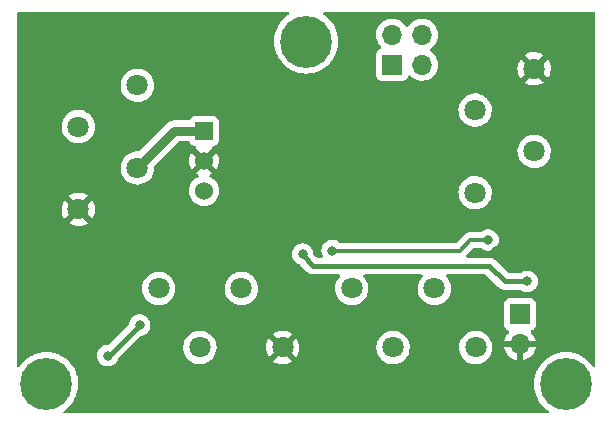
<source format=gbr>
%TF.GenerationSoftware,KiCad,Pcbnew,(6.0.8-1)-1*%
%TF.CreationDate,2022-12-26T00:28:58-06:00*%
%TF.ProjectId,CAN Distribution With Debug,43414e20-4469-4737-9472-69627574696f,rev?*%
%TF.SameCoordinates,Original*%
%TF.FileFunction,Copper,L2,Bot*%
%TF.FilePolarity,Positive*%
%FSLAX46Y46*%
G04 Gerber Fmt 4.6, Leading zero omitted, Abs format (unit mm)*
G04 Created by KiCad (PCBNEW (6.0.8-1)-1) date 2022-12-26 00:28:58*
%MOMM*%
%LPD*%
G01*
G04 APERTURE LIST*
%TA.AperFunction,ComponentPad*%
%ADD10C,1.800000*%
%TD*%
%TA.AperFunction,ComponentPad*%
%ADD11R,1.524000X1.524000*%
%TD*%
%TA.AperFunction,ComponentPad*%
%ADD12C,1.524000*%
%TD*%
%TA.AperFunction,ComponentPad*%
%ADD13C,4.400000*%
%TD*%
%TA.AperFunction,ComponentPad*%
%ADD14R,1.700000X1.700000*%
%TD*%
%TA.AperFunction,ComponentPad*%
%ADD15O,1.700000X1.700000*%
%TD*%
%TA.AperFunction,ViaPad*%
%ADD16C,0.800000*%
%TD*%
%TA.AperFunction,Conductor*%
%ADD17C,0.300000*%
%TD*%
%TA.AperFunction,Conductor*%
%ADD18C,0.400000*%
%TD*%
%TA.AperFunction,Conductor*%
%ADD19C,0.750000*%
%TD*%
%TA.AperFunction,Conductor*%
%ADD20C,0.250000*%
%TD*%
G04 APERTURE END LIST*
D10*
%TO.P,X3,1,A*%
%TO.N,/CAN_H*%
X122850000Y-109005000D03*
%TO.P,X3,2,B*%
%TO.N,/CAN_L*%
X126350000Y-114005000D03*
%TO.P,X3,3,C*%
%TO.N,/CAN_H*%
X129850000Y-109005000D03*
%TO.P,X3,4,D*%
%TO.N,/CAN_L*%
X133350000Y-114005000D03*
%TD*%
%TO.P,X2,1,A*%
%TO.N,/CAN_H*%
X106500000Y-109005000D03*
%TO.P,X2,2,B*%
%TO.N,/CAN_L*%
X110000000Y-114005000D03*
%TO.P,X2,3,C*%
%TO.N,+BATT*%
X113500000Y-109005000D03*
%TO.P,X2,4,D*%
%TO.N,GND*%
X117000000Y-114005000D03*
%TD*%
%TO.P,X1,1,A*%
%TO.N,/CAN_H*%
X104700000Y-91800000D03*
%TO.P,X1,2,B*%
%TO.N,/CAN_L*%
X99700000Y-95300000D03*
%TO.P,X1,3,C*%
%TO.N,+BATT*%
X104700000Y-98800000D03*
%TO.P,X1,4,D*%
%TO.N,GND*%
X99700000Y-102300000D03*
%TD*%
D11*
%TO.P,U1,1,VIN*%
%TO.N,+BATT*%
X110350000Y-95660000D03*
D12*
%TO.P,U1,2,GND*%
%TO.N,GND*%
X110350000Y-98200000D03*
%TO.P,U1,3,VOUT*%
%TO.N,+3.3V*%
X110350000Y-100740000D03*
%TD*%
D10*
%TO.P,X4,1,A*%
%TO.N,/CAN_H*%
X133300000Y-100900000D03*
%TO.P,X4,2,B*%
%TO.N,/CAN_L*%
X138300000Y-97400000D03*
%TO.P,X4,3,C*%
%TO.N,+BATT*%
X133300000Y-93900000D03*
%TO.P,X4,4,D*%
%TO.N,GND*%
X138300000Y-90400000D03*
%TD*%
D13*
%TO.P,H2,1,1*%
%TO.N,unconnected-(H2-Pad1)*%
X141000000Y-117100000D03*
%TD*%
D14*
%TO.P,J1,1,Pin_1*%
%TO.N,Net-(J1-Pad1)*%
X126260000Y-90062500D03*
D15*
%TO.P,J1,2,Pin_2*%
%TO.N,/CAN_L*%
X126260000Y-87522500D03*
%TO.P,J1,3,Pin_3*%
X128800000Y-90062500D03*
%TO.P,J1,4,Pin_4*%
%TO.N,Net-(J1-Pad4)*%
X128800000Y-87522500D03*
%TD*%
D13*
%TO.P,H1,1,1*%
%TO.N,unconnected-(H1-Pad1)*%
X119000000Y-88100000D03*
%TD*%
%TO.P,H3,1,1*%
%TO.N,unconnected-(H3-Pad1)*%
X97000000Y-117100000D03*
%TD*%
D14*
%TO.P,J2,1,Pin_1*%
%TO.N,/CAN_RX*%
X137100000Y-111200000D03*
D15*
%TO.P,J2,2,Pin_2*%
%TO.N,GND*%
X137100000Y-113740000D03*
%TD*%
D16*
%TO.N,/CAN_RX*%
X134400000Y-104900000D03*
X121200000Y-105800000D03*
%TO.N,GND*%
X135100000Y-105800000D03*
X119100000Y-101600000D03*
X113900000Y-104800000D03*
%TO.N,+3.3V*%
X118700000Y-106100000D03*
X137700000Y-108400000D03*
%TO.N,+BATT*%
X104900000Y-112100000D03*
X102200000Y-114700000D03*
%TD*%
D17*
%TO.N,/CAN_RX*%
X132000000Y-105800000D02*
X132900000Y-104900000D01*
X132900000Y-104900000D02*
X134400000Y-104900000D01*
X121200000Y-105800000D02*
X132000000Y-105800000D01*
D18*
%TO.N,+3.3V*%
X135800000Y-108400000D02*
X134500000Y-107100000D01*
X137700000Y-108400000D02*
X135800000Y-108400000D01*
X119600000Y-107100000D02*
X118700000Y-106200000D01*
X134500000Y-107100000D02*
X119600000Y-107100000D01*
X118700000Y-106200000D02*
X118700000Y-106100000D01*
D19*
%TO.N,+BATT*%
X110350000Y-95660000D02*
X107840000Y-95660000D01*
X107840000Y-95660000D02*
X104700000Y-98800000D01*
D20*
X102300000Y-114700000D02*
X102200000Y-114700000D01*
D18*
X104900000Y-112100000D02*
X102300000Y-114700000D01*
%TD*%
%TA.AperFunction,Conductor*%
%TO.N,GND*%
G36*
X117500316Y-85628502D02*
G01*
X117546809Y-85682158D01*
X117556913Y-85752432D01*
X117527419Y-85817012D01*
X117496618Y-85842785D01*
X117478074Y-85853817D01*
X117478068Y-85853821D01*
X117474814Y-85855757D01*
X117216244Y-86055243D01*
X116983513Y-86284347D01*
X116981149Y-86287314D01*
X116981146Y-86287317D01*
X116899083Y-86390300D01*
X116779991Y-86539751D01*
X116608626Y-86817757D01*
X116585869Y-86867121D01*
X116483942Y-87088220D01*
X116471902Y-87114336D01*
X116470741Y-87117940D01*
X116470741Y-87117941D01*
X116462196Y-87144477D01*
X116371797Y-87425192D01*
X116371079Y-87428903D01*
X116371078Y-87428907D01*
X116310482Y-87742105D01*
X116310481Y-87742114D01*
X116309763Y-87745824D01*
X116309496Y-87749600D01*
X116309495Y-87749605D01*
X116290396Y-88019357D01*
X116286698Y-88071585D01*
X116286887Y-88075377D01*
X116299443Y-88327588D01*
X116302936Y-88397759D01*
X116303577Y-88401490D01*
X116303578Y-88401498D01*
X116356718Y-88710755D01*
X116358241Y-88719619D01*
X116359329Y-88723258D01*
X116359330Y-88723261D01*
X116440114Y-88993381D01*
X116451814Y-89032504D01*
X116453327Y-89035975D01*
X116453329Y-89035981D01*
X116482184Y-89102184D01*
X116582297Y-89331881D01*
X116584220Y-89335152D01*
X116584222Y-89335156D01*
X116626584Y-89407215D01*
X116747802Y-89613414D01*
X116750103Y-89616429D01*
X116943631Y-89870012D01*
X116943636Y-89870017D01*
X116945931Y-89873025D01*
X117014870Y-89943792D01*
X117130510Y-90062500D01*
X117173814Y-90106953D01*
X117244935Y-90164238D01*
X117425196Y-90309431D01*
X117425201Y-90309435D01*
X117428149Y-90311809D01*
X117705253Y-90484627D01*
X118001112Y-90622903D01*
X118311440Y-90724634D01*
X118631742Y-90788346D01*
X118635514Y-90788633D01*
X118635522Y-90788634D01*
X118953602Y-90812829D01*
X118953607Y-90812829D01*
X118957379Y-90813116D01*
X119283633Y-90798586D01*
X119343425Y-90788634D01*
X119602037Y-90745590D01*
X119602042Y-90745589D01*
X119605778Y-90744967D01*
X119919149Y-90653034D01*
X119922616Y-90651544D01*
X119922620Y-90651543D01*
X120215721Y-90525616D01*
X120215723Y-90525615D01*
X120219205Y-90524119D01*
X120501601Y-90360091D01*
X120762245Y-90163324D01*
X120983838Y-89949708D01*
X120994632Y-89939303D01*
X120994635Y-89939300D01*
X120997363Y-89936670D01*
X121203549Y-89683410D01*
X121238371Y-89628220D01*
X121375788Y-89410428D01*
X121375790Y-89410425D01*
X121377815Y-89407215D01*
X121517638Y-89112084D01*
X121523017Y-89095961D01*
X121619790Y-88805897D01*
X121619792Y-88805891D01*
X121620992Y-88802293D01*
X121686381Y-88482329D01*
X121692294Y-88409637D01*
X121704798Y-88255899D01*
X121712856Y-88156826D01*
X121713451Y-88100000D01*
X121711510Y-88067796D01*
X121694026Y-87777793D01*
X121694026Y-87777789D01*
X121693798Y-87774015D01*
X121688650Y-87745824D01*
X121641781Y-87489195D01*
X124897251Y-87489195D01*
X124897548Y-87494348D01*
X124897548Y-87494351D01*
X124903011Y-87589090D01*
X124910110Y-87712215D01*
X124911247Y-87717261D01*
X124911248Y-87717267D01*
X124924037Y-87774015D01*
X124959222Y-87930139D01*
X125043266Y-88137116D01*
X125094019Y-88219938D01*
X125157291Y-88323188D01*
X125159987Y-88327588D01*
X125306250Y-88496438D01*
X125310230Y-88499742D01*
X125314981Y-88503687D01*
X125354616Y-88562590D01*
X125356113Y-88633571D01*
X125318997Y-88694093D01*
X125278725Y-88718612D01*
X125190095Y-88751838D01*
X125163295Y-88761885D01*
X125046739Y-88849239D01*
X124959385Y-88965795D01*
X124908255Y-89102184D01*
X124901500Y-89164366D01*
X124901500Y-90960634D01*
X124908255Y-91022816D01*
X124959385Y-91159205D01*
X125046739Y-91275761D01*
X125163295Y-91363115D01*
X125299684Y-91414245D01*
X125361866Y-91421000D01*
X127158134Y-91421000D01*
X127220316Y-91414245D01*
X127356705Y-91363115D01*
X127473261Y-91275761D01*
X127560615Y-91159205D01*
X127583701Y-91097623D01*
X127604598Y-91041882D01*
X127647240Y-90985118D01*
X127713802Y-90960418D01*
X127783150Y-90975626D01*
X127817817Y-91003614D01*
X127846250Y-91036438D01*
X128018126Y-91179132D01*
X128211000Y-91291838D01*
X128419692Y-91371530D01*
X128424760Y-91372561D01*
X128424763Y-91372562D01*
X128532017Y-91394383D01*
X128638597Y-91416067D01*
X128643772Y-91416257D01*
X128643774Y-91416257D01*
X128856673Y-91424064D01*
X128856677Y-91424064D01*
X128861837Y-91424253D01*
X128866957Y-91423597D01*
X128866959Y-91423597D01*
X129078288Y-91396525D01*
X129078289Y-91396525D01*
X129083416Y-91395868D01*
X129088366Y-91394383D01*
X129292429Y-91333161D01*
X129292434Y-91333159D01*
X129297384Y-91331674D01*
X129497994Y-91233396D01*
X129679860Y-91103673D01*
X129838096Y-90945989D01*
X129844078Y-90937665D01*
X129965435Y-90768777D01*
X129968453Y-90764577D01*
X130023056Y-90654097D01*
X130065136Y-90568953D01*
X130065137Y-90568951D01*
X130067430Y-90564311D01*
X130109222Y-90426757D01*
X130126273Y-90370638D01*
X136887893Y-90370638D01*
X136900627Y-90591468D01*
X136902061Y-90601670D01*
X136950685Y-90817439D01*
X136953773Y-90827292D01*
X137036986Y-91032220D01*
X137041634Y-91041421D01*
X137130097Y-91185781D01*
X137140553Y-91195242D01*
X137149331Y-91191458D01*
X137927979Y-90412811D01*
X137934356Y-90401132D01*
X138664408Y-90401132D01*
X138664539Y-90402966D01*
X138668790Y-90409580D01*
X139446307Y-91187096D01*
X139458313Y-91193652D01*
X139470052Y-91184684D01*
X139508010Y-91131859D01*
X139513321Y-91123020D01*
X139611318Y-90924737D01*
X139615117Y-90915142D01*
X139679415Y-90703517D01*
X139681594Y-90693436D01*
X139710702Y-90472338D01*
X139711221Y-90465663D01*
X139712744Y-90403364D01*
X139712550Y-90396646D01*
X139694279Y-90174400D01*
X139692596Y-90164238D01*
X139638710Y-89949708D01*
X139635389Y-89939953D01*
X139547193Y-89737118D01*
X139542315Y-89728020D01*
X139469224Y-89615038D01*
X139458538Y-89605835D01*
X139448973Y-89610238D01*
X138672021Y-90387189D01*
X138664408Y-90401132D01*
X137934356Y-90401132D01*
X137935592Y-90398868D01*
X137935461Y-90397034D01*
X137931210Y-90390420D01*
X137153862Y-89613073D01*
X137142330Y-89606776D01*
X137130048Y-89616399D01*
X137074467Y-89697877D01*
X137069379Y-89706833D01*
X136976252Y-89907459D01*
X136972689Y-89917146D01*
X136913581Y-90130280D01*
X136911650Y-90140400D01*
X136888145Y-90360349D01*
X136887893Y-90370638D01*
X130126273Y-90370638D01*
X130130865Y-90355523D01*
X130130865Y-90355521D01*
X130132370Y-90350569D01*
X130161529Y-90129090D01*
X130162070Y-90106953D01*
X130163074Y-90065865D01*
X130163074Y-90065861D01*
X130163156Y-90062500D01*
X130144852Y-89839861D01*
X130090431Y-89623202D01*
X130001354Y-89418340D01*
X129886441Y-89240711D01*
X137505508Y-89240711D01*
X137512251Y-89253040D01*
X138287189Y-90027979D01*
X138301132Y-90035592D01*
X138302966Y-90035461D01*
X138309580Y-90031210D01*
X139088994Y-89251795D01*
X139096011Y-89238944D01*
X139088237Y-89228274D01*
X139085902Y-89226430D01*
X139077320Y-89220729D01*
X138883678Y-89113833D01*
X138874272Y-89109606D01*
X138665772Y-89035772D01*
X138655809Y-89033140D01*
X138438047Y-88994350D01*
X138427796Y-88993381D01*
X138206616Y-88990679D01*
X138196332Y-88991399D01*
X137977693Y-89024855D01*
X137967666Y-89027244D01*
X137757426Y-89095961D01*
X137747916Y-89099958D01*
X137551725Y-89202089D01*
X137543007Y-89207578D01*
X137513961Y-89229386D01*
X137505508Y-89240711D01*
X129886441Y-89240711D01*
X129882822Y-89235117D01*
X129882820Y-89235114D01*
X129880014Y-89230777D01*
X129729670Y-89065551D01*
X129725619Y-89062352D01*
X129725615Y-89062348D01*
X129558414Y-88930300D01*
X129558410Y-88930298D01*
X129554359Y-88927098D01*
X129513053Y-88904296D01*
X129463084Y-88853864D01*
X129448312Y-88784421D01*
X129473428Y-88718016D01*
X129500780Y-88691409D01*
X129544603Y-88660150D01*
X129679860Y-88563673D01*
X129838096Y-88405989D01*
X129897594Y-88323189D01*
X129965435Y-88228777D01*
X129968453Y-88224577D01*
X129989320Y-88182357D01*
X130065136Y-88028953D01*
X130065137Y-88028951D01*
X130067430Y-88024311D01*
X130132370Y-87810569D01*
X130161529Y-87589090D01*
X130163156Y-87522500D01*
X130144852Y-87299861D01*
X130090431Y-87083202D01*
X130001354Y-86878340D01*
X129880014Y-86690777D01*
X129729670Y-86525551D01*
X129725619Y-86522352D01*
X129725615Y-86522348D01*
X129558414Y-86390300D01*
X129558410Y-86390298D01*
X129554359Y-86387098D01*
X129358789Y-86279138D01*
X129353920Y-86277414D01*
X129353916Y-86277412D01*
X129153087Y-86206295D01*
X129153083Y-86206294D01*
X129148212Y-86204569D01*
X129143119Y-86203662D01*
X129143116Y-86203661D01*
X128933373Y-86166300D01*
X128933367Y-86166299D01*
X128928284Y-86165394D01*
X128854452Y-86164492D01*
X128710081Y-86162728D01*
X128710079Y-86162728D01*
X128704911Y-86162665D01*
X128484091Y-86196455D01*
X128271756Y-86265857D01*
X128073607Y-86369007D01*
X128069474Y-86372110D01*
X128069471Y-86372112D01*
X128045247Y-86390300D01*
X127894965Y-86503135D01*
X127740629Y-86664638D01*
X127633201Y-86822121D01*
X127578293Y-86867121D01*
X127507768Y-86875292D01*
X127444021Y-86844038D01*
X127423324Y-86819554D01*
X127342822Y-86695117D01*
X127342820Y-86695114D01*
X127340014Y-86690777D01*
X127189670Y-86525551D01*
X127185619Y-86522352D01*
X127185615Y-86522348D01*
X127018414Y-86390300D01*
X127018410Y-86390298D01*
X127014359Y-86387098D01*
X126818789Y-86279138D01*
X126813920Y-86277414D01*
X126813916Y-86277412D01*
X126613087Y-86206295D01*
X126613083Y-86206294D01*
X126608212Y-86204569D01*
X126603119Y-86203662D01*
X126603116Y-86203661D01*
X126393373Y-86166300D01*
X126393367Y-86166299D01*
X126388284Y-86165394D01*
X126314452Y-86164492D01*
X126170081Y-86162728D01*
X126170079Y-86162728D01*
X126164911Y-86162665D01*
X125944091Y-86196455D01*
X125731756Y-86265857D01*
X125533607Y-86369007D01*
X125529474Y-86372110D01*
X125529471Y-86372112D01*
X125505247Y-86390300D01*
X125354965Y-86503135D01*
X125200629Y-86664638D01*
X125074743Y-86849180D01*
X124980688Y-87051805D01*
X124920989Y-87267070D01*
X124897251Y-87489195D01*
X121641781Y-87489195D01*
X121635805Y-87456473D01*
X121635804Y-87456469D01*
X121635125Y-87452751D01*
X121627722Y-87428907D01*
X121539404Y-87144477D01*
X121538282Y-87140863D01*
X121404670Y-86842869D01*
X121236226Y-86563084D01*
X121233899Y-86560100D01*
X121233894Y-86560093D01*
X121037726Y-86308558D01*
X121037724Y-86308556D01*
X121035390Y-86305563D01*
X120805070Y-86074034D01*
X120548603Y-85871852D01*
X120522184Y-85855757D01*
X120499774Y-85842105D01*
X120452005Y-85789582D01*
X120440216Y-85719571D01*
X120468148Y-85654300D01*
X120526934Y-85614492D01*
X120565328Y-85608500D01*
X143365500Y-85608500D01*
X143433621Y-85628502D01*
X143480114Y-85682158D01*
X143491500Y-85734500D01*
X143491500Y-115533521D01*
X143471498Y-115601642D01*
X143417842Y-115648135D01*
X143347568Y-115658239D01*
X143282988Y-115628745D01*
X143257557Y-115598515D01*
X143236226Y-115563084D01*
X143233899Y-115560100D01*
X143233894Y-115560093D01*
X143037726Y-115308558D01*
X143037724Y-115308556D01*
X143035390Y-115305563D01*
X142805070Y-115074034D01*
X142548603Y-114871852D01*
X142269705Y-114701945D01*
X142266261Y-114700379D01*
X142266257Y-114700377D01*
X142138384Y-114642237D01*
X141972414Y-114566775D01*
X141661037Y-114468300D01*
X141417161Y-114422439D01*
X141343809Y-114408645D01*
X141343807Y-114408645D01*
X141340086Y-114407945D01*
X141014208Y-114386586D01*
X141010428Y-114386794D01*
X141010427Y-114386794D01*
X140912897Y-114392162D01*
X140688124Y-114404532D01*
X140684397Y-114405193D01*
X140684393Y-114405193D01*
X140587083Y-114422439D01*
X140366557Y-114461522D01*
X140362941Y-114462624D01*
X140362933Y-114462626D01*
X140057789Y-114555627D01*
X140054167Y-114556731D01*
X139755477Y-114688781D01*
X139730041Y-114703914D01*
X139478074Y-114853817D01*
X139478068Y-114853821D01*
X139474814Y-114855757D01*
X139471812Y-114858073D01*
X139223586Y-115049579D01*
X139216244Y-115055243D01*
X139115892Y-115154031D01*
X138991000Y-115276977D01*
X138983513Y-115284347D01*
X138981149Y-115287314D01*
X138981146Y-115287317D01*
X138878431Y-115416216D01*
X138779991Y-115539751D01*
X138608626Y-115817757D01*
X138471902Y-116114336D01*
X138470741Y-116117940D01*
X138470741Y-116117941D01*
X138462196Y-116144477D01*
X138371797Y-116425192D01*
X138371079Y-116428903D01*
X138371078Y-116428907D01*
X138310482Y-116742105D01*
X138310481Y-116742114D01*
X138309763Y-116745824D01*
X138286698Y-117071585D01*
X138302936Y-117397759D01*
X138303577Y-117401490D01*
X138303578Y-117401498D01*
X138318109Y-117486060D01*
X138358241Y-117719619D01*
X138451814Y-118032504D01*
X138582297Y-118331881D01*
X138584220Y-118335152D01*
X138584222Y-118335156D01*
X138626584Y-118407215D01*
X138747802Y-118613414D01*
X138750103Y-118616429D01*
X138943631Y-118870012D01*
X138943636Y-118870017D01*
X138945931Y-118873025D01*
X139173814Y-119106953D01*
X139246635Y-119165607D01*
X139425196Y-119309431D01*
X139425201Y-119309435D01*
X139428149Y-119311809D01*
X139431371Y-119313818D01*
X139431376Y-119313822D01*
X139503156Y-119358588D01*
X139550373Y-119411607D01*
X139561429Y-119481738D01*
X139532815Y-119546713D01*
X139473615Y-119585903D01*
X139436480Y-119591500D01*
X98570222Y-119591500D01*
X98502101Y-119571498D01*
X98455608Y-119517842D01*
X98445504Y-119447568D01*
X98474998Y-119382988D01*
X98499890Y-119361085D01*
X98501601Y-119360091D01*
X98504623Y-119357810D01*
X98504627Y-119357807D01*
X98759221Y-119165607D01*
X98759222Y-119165606D01*
X98762245Y-119163324D01*
X98997363Y-118936670D01*
X99203549Y-118683410D01*
X99255429Y-118601185D01*
X99375788Y-118410428D01*
X99375790Y-118410425D01*
X99377815Y-118407215D01*
X99517638Y-118112084D01*
X99544188Y-118032504D01*
X99619790Y-117805897D01*
X99619792Y-117805891D01*
X99620992Y-117802293D01*
X99686381Y-117482329D01*
X99692956Y-117401498D01*
X99712674Y-117159061D01*
X99712856Y-117156826D01*
X99713451Y-117100000D01*
X99711510Y-117067796D01*
X99694026Y-116777793D01*
X99694026Y-116777789D01*
X99693798Y-116774015D01*
X99688650Y-116745824D01*
X99635805Y-116456473D01*
X99635804Y-116456469D01*
X99635125Y-116452751D01*
X99627722Y-116428907D01*
X99539404Y-116144477D01*
X99538282Y-116140863D01*
X99404670Y-115842869D01*
X99236226Y-115563084D01*
X99233899Y-115560100D01*
X99233894Y-115560093D01*
X99037726Y-115308558D01*
X99037724Y-115308556D01*
X99035390Y-115305563D01*
X98805070Y-115074034D01*
X98548603Y-114871852D01*
X98269705Y-114701945D01*
X98266261Y-114700379D01*
X98266257Y-114700377D01*
X98265428Y-114700000D01*
X101286496Y-114700000D01*
X101287186Y-114706565D01*
X101304352Y-114869887D01*
X101306458Y-114889928D01*
X101365473Y-115071556D01*
X101460960Y-115236944D01*
X101465378Y-115241851D01*
X101465379Y-115241852D01*
X101537459Y-115321905D01*
X101588747Y-115378866D01*
X101743248Y-115491118D01*
X101749276Y-115493802D01*
X101749278Y-115493803D01*
X101898169Y-115560093D01*
X101917712Y-115568794D01*
X102011113Y-115588647D01*
X102098056Y-115607128D01*
X102098061Y-115607128D01*
X102104513Y-115608500D01*
X102295487Y-115608500D01*
X102301939Y-115607128D01*
X102301944Y-115607128D01*
X102388887Y-115588647D01*
X102482288Y-115568794D01*
X102501831Y-115560093D01*
X102650722Y-115493803D01*
X102650724Y-115493802D01*
X102656752Y-115491118D01*
X102811253Y-115378866D01*
X102862541Y-115321905D01*
X102934621Y-115241852D01*
X102934622Y-115241851D01*
X102939040Y-115236944D01*
X103034527Y-115071556D01*
X103039828Y-115055243D01*
X103075291Y-114946099D01*
X103106029Y-114895941D01*
X104031501Y-113970469D01*
X108587095Y-113970469D01*
X108587392Y-113975622D01*
X108587392Y-113975625D01*
X108600129Y-114196529D01*
X108600427Y-114201697D01*
X108601564Y-114206743D01*
X108601565Y-114206749D01*
X108627701Y-114322721D01*
X108651346Y-114427642D01*
X108653288Y-114432424D01*
X108653289Y-114432428D01*
X108736447Y-114637220D01*
X108738484Y-114642237D01*
X108859501Y-114839719D01*
X109011147Y-115014784D01*
X109189349Y-115162730D01*
X109389322Y-115279584D01*
X109394147Y-115281426D01*
X109394148Y-115281427D01*
X109450296Y-115302868D01*
X109605694Y-115362209D01*
X109610760Y-115363240D01*
X109610761Y-115363240D01*
X109663427Y-115373955D01*
X109832656Y-115408385D01*
X109963324Y-115413176D01*
X110058949Y-115416683D01*
X110058953Y-115416683D01*
X110064113Y-115416872D01*
X110069233Y-115416216D01*
X110069235Y-115416216D01*
X110142291Y-115406857D01*
X110293847Y-115387442D01*
X110298795Y-115385957D01*
X110298802Y-115385956D01*
X110510747Y-115322369D01*
X110515690Y-115320886D01*
X110540855Y-115308558D01*
X110719049Y-115221262D01*
X110719052Y-115221260D01*
X110723684Y-115218991D01*
X110797406Y-115166406D01*
X116203423Y-115166406D01*
X116208704Y-115173461D01*
X116385080Y-115276527D01*
X116394363Y-115280974D01*
X116601003Y-115359883D01*
X116610901Y-115362759D01*
X116827653Y-115406857D01*
X116837883Y-115408076D01*
X117058914Y-115416182D01*
X117069223Y-115415714D01*
X117288623Y-115387608D01*
X117298688Y-115385468D01*
X117510557Y-115321905D01*
X117520152Y-115318144D01*
X117718778Y-115220838D01*
X117727636Y-115215559D01*
X117785097Y-115174572D01*
X117793497Y-115163874D01*
X117786510Y-115150721D01*
X117012811Y-114377021D01*
X116998868Y-114369408D01*
X116997034Y-114369539D01*
X116990420Y-114373790D01*
X116210180Y-115154031D01*
X116203423Y-115166406D01*
X110797406Y-115166406D01*
X110912243Y-115084494D01*
X111076303Y-114921005D01*
X111211458Y-114732917D01*
X111213879Y-114728020D01*
X111311784Y-114529922D01*
X111311785Y-114529920D01*
X111314078Y-114525280D01*
X111381408Y-114303671D01*
X111411640Y-114074041D01*
X111413327Y-114005000D01*
X111410913Y-113975638D01*
X115587893Y-113975638D01*
X115600627Y-114196468D01*
X115602061Y-114206670D01*
X115650685Y-114422439D01*
X115653773Y-114432292D01*
X115736986Y-114637220D01*
X115741634Y-114646421D01*
X115830097Y-114790781D01*
X115840553Y-114800242D01*
X115849331Y-114796458D01*
X116627979Y-114017811D01*
X116634356Y-114006132D01*
X117364408Y-114006132D01*
X117364539Y-114007966D01*
X117368790Y-114014580D01*
X118146307Y-114792096D01*
X118158313Y-114798652D01*
X118170052Y-114789684D01*
X118208010Y-114736859D01*
X118213321Y-114728020D01*
X118311318Y-114529737D01*
X118315117Y-114520142D01*
X118379415Y-114308517D01*
X118381594Y-114298436D01*
X118410702Y-114077338D01*
X118411221Y-114070663D01*
X118412744Y-114008364D01*
X118412550Y-114001646D01*
X118409987Y-113970469D01*
X124937095Y-113970469D01*
X124937392Y-113975622D01*
X124937392Y-113975625D01*
X124950129Y-114196529D01*
X124950427Y-114201697D01*
X124951564Y-114206743D01*
X124951565Y-114206749D01*
X124977701Y-114322721D01*
X125001346Y-114427642D01*
X125003288Y-114432424D01*
X125003289Y-114432428D01*
X125086447Y-114637220D01*
X125088484Y-114642237D01*
X125209501Y-114839719D01*
X125361147Y-115014784D01*
X125539349Y-115162730D01*
X125739322Y-115279584D01*
X125744147Y-115281426D01*
X125744148Y-115281427D01*
X125800296Y-115302868D01*
X125955694Y-115362209D01*
X125960760Y-115363240D01*
X125960761Y-115363240D01*
X126013427Y-115373955D01*
X126182656Y-115408385D01*
X126313324Y-115413176D01*
X126408949Y-115416683D01*
X126408953Y-115416683D01*
X126414113Y-115416872D01*
X126419233Y-115416216D01*
X126419235Y-115416216D01*
X126492291Y-115406857D01*
X126643847Y-115387442D01*
X126648795Y-115385957D01*
X126648802Y-115385956D01*
X126860747Y-115322369D01*
X126865690Y-115320886D01*
X126890855Y-115308558D01*
X127069049Y-115221262D01*
X127069052Y-115221260D01*
X127073684Y-115218991D01*
X127262243Y-115084494D01*
X127426303Y-114921005D01*
X127561458Y-114732917D01*
X127563879Y-114728020D01*
X127661784Y-114529922D01*
X127661785Y-114529920D01*
X127664078Y-114525280D01*
X127731408Y-114303671D01*
X127761640Y-114074041D01*
X127763327Y-114005000D01*
X127760488Y-113970469D01*
X131937095Y-113970469D01*
X131937392Y-113975622D01*
X131937392Y-113975625D01*
X131950129Y-114196529D01*
X131950427Y-114201697D01*
X131951564Y-114206743D01*
X131951565Y-114206749D01*
X131977701Y-114322721D01*
X132001346Y-114427642D01*
X132003288Y-114432424D01*
X132003289Y-114432428D01*
X132086447Y-114637220D01*
X132088484Y-114642237D01*
X132209501Y-114839719D01*
X132361147Y-115014784D01*
X132539349Y-115162730D01*
X132739322Y-115279584D01*
X132744147Y-115281426D01*
X132744148Y-115281427D01*
X132800296Y-115302868D01*
X132955694Y-115362209D01*
X132960760Y-115363240D01*
X132960761Y-115363240D01*
X133013427Y-115373955D01*
X133182656Y-115408385D01*
X133313324Y-115413176D01*
X133408949Y-115416683D01*
X133408953Y-115416683D01*
X133414113Y-115416872D01*
X133419233Y-115416216D01*
X133419235Y-115416216D01*
X133492291Y-115406857D01*
X133643847Y-115387442D01*
X133648795Y-115385957D01*
X133648802Y-115385956D01*
X133860747Y-115322369D01*
X133865690Y-115320886D01*
X133890855Y-115308558D01*
X134069049Y-115221262D01*
X134069052Y-115221260D01*
X134073684Y-115218991D01*
X134262243Y-115084494D01*
X134426303Y-114921005D01*
X134561458Y-114732917D01*
X134563879Y-114728020D01*
X134661784Y-114529922D01*
X134661785Y-114529920D01*
X134664078Y-114525280D01*
X134731408Y-114303671D01*
X134761640Y-114074041D01*
X134763255Y-114007966D01*
X135768257Y-114007966D01*
X135798565Y-114142446D01*
X135801645Y-114152275D01*
X135881770Y-114349603D01*
X135886413Y-114358794D01*
X135997694Y-114540388D01*
X136003777Y-114548699D01*
X136143213Y-114709667D01*
X136150580Y-114716883D01*
X136314434Y-114852916D01*
X136322881Y-114858831D01*
X136506756Y-114966279D01*
X136516042Y-114970729D01*
X136715001Y-115046703D01*
X136724899Y-115049579D01*
X136828250Y-115070606D01*
X136842299Y-115069410D01*
X136846000Y-115059065D01*
X136846000Y-115058517D01*
X137354000Y-115058517D01*
X137358064Y-115072359D01*
X137371478Y-115074393D01*
X137378184Y-115073534D01*
X137388262Y-115071392D01*
X137592255Y-115010191D01*
X137601842Y-115006433D01*
X137793095Y-114912739D01*
X137801945Y-114907464D01*
X137975328Y-114783792D01*
X137983200Y-114777139D01*
X138134052Y-114626812D01*
X138140730Y-114618965D01*
X138265003Y-114446020D01*
X138270313Y-114437183D01*
X138364670Y-114246267D01*
X138368469Y-114236672D01*
X138430377Y-114032910D01*
X138432555Y-114022837D01*
X138433986Y-114011962D01*
X138431775Y-113997778D01*
X138418617Y-113994000D01*
X137372115Y-113994000D01*
X137356876Y-113998475D01*
X137355671Y-113999865D01*
X137354000Y-114007548D01*
X137354000Y-115058517D01*
X136846000Y-115058517D01*
X136846000Y-114012115D01*
X136841525Y-113996876D01*
X136840135Y-113995671D01*
X136832452Y-113994000D01*
X135783225Y-113994000D01*
X135769694Y-113997973D01*
X135768257Y-114007966D01*
X134763255Y-114007966D01*
X134763327Y-114005000D01*
X134755204Y-113906197D01*
X134744773Y-113779318D01*
X134744772Y-113779312D01*
X134744349Y-113774167D01*
X134710797Y-113640592D01*
X134689184Y-113554544D01*
X134689183Y-113554540D01*
X134687925Y-113549533D01*
X134676017Y-113522146D01*
X134597630Y-113341868D01*
X134597628Y-113341865D01*
X134595570Y-113337131D01*
X134469764Y-113142665D01*
X134313887Y-112971358D01*
X134309836Y-112968159D01*
X134309832Y-112968155D01*
X134136177Y-112831011D01*
X134136172Y-112831008D01*
X134132123Y-112827810D01*
X134127607Y-112825317D01*
X134127604Y-112825315D01*
X133933879Y-112718373D01*
X133933875Y-112718371D01*
X133929355Y-112715876D01*
X133924486Y-112714152D01*
X133924482Y-112714150D01*
X133715903Y-112640288D01*
X133715899Y-112640287D01*
X133711028Y-112638562D01*
X133705935Y-112637655D01*
X133705932Y-112637654D01*
X133488095Y-112598851D01*
X133488089Y-112598850D01*
X133483006Y-112597945D01*
X133410096Y-112597054D01*
X133256581Y-112595179D01*
X133256579Y-112595179D01*
X133251411Y-112595116D01*
X133022464Y-112630150D01*
X132802314Y-112702106D01*
X132797726Y-112704494D01*
X132797722Y-112704496D01*
X132601461Y-112806663D01*
X132596872Y-112809052D01*
X132592739Y-112812155D01*
X132592736Y-112812157D01*
X132415790Y-112945012D01*
X132411655Y-112948117D01*
X132251639Y-113115564D01*
X132248725Y-113119836D01*
X132248724Y-113119837D01*
X132233152Y-113142665D01*
X132121119Y-113306899D01*
X132023602Y-113516981D01*
X131961707Y-113740169D01*
X131937095Y-113970469D01*
X127760488Y-113970469D01*
X127755204Y-113906197D01*
X127744773Y-113779318D01*
X127744772Y-113779312D01*
X127744349Y-113774167D01*
X127710797Y-113640592D01*
X127689184Y-113554544D01*
X127689183Y-113554540D01*
X127687925Y-113549533D01*
X127676017Y-113522146D01*
X127597630Y-113341868D01*
X127597628Y-113341865D01*
X127595570Y-113337131D01*
X127469764Y-113142665D01*
X127313887Y-112971358D01*
X127309836Y-112968159D01*
X127309832Y-112968155D01*
X127136177Y-112831011D01*
X127136172Y-112831008D01*
X127132123Y-112827810D01*
X127127607Y-112825317D01*
X127127604Y-112825315D01*
X126933879Y-112718373D01*
X126933875Y-112718371D01*
X126929355Y-112715876D01*
X126924486Y-112714152D01*
X126924482Y-112714150D01*
X126715903Y-112640288D01*
X126715899Y-112640287D01*
X126711028Y-112638562D01*
X126705935Y-112637655D01*
X126705932Y-112637654D01*
X126488095Y-112598851D01*
X126488089Y-112598850D01*
X126483006Y-112597945D01*
X126410096Y-112597054D01*
X126256581Y-112595179D01*
X126256579Y-112595179D01*
X126251411Y-112595116D01*
X126022464Y-112630150D01*
X125802314Y-112702106D01*
X125797726Y-112704494D01*
X125797722Y-112704496D01*
X125601461Y-112806663D01*
X125596872Y-112809052D01*
X125592739Y-112812155D01*
X125592736Y-112812157D01*
X125415790Y-112945012D01*
X125411655Y-112948117D01*
X125251639Y-113115564D01*
X125248725Y-113119836D01*
X125248724Y-113119837D01*
X125233152Y-113142665D01*
X125121119Y-113306899D01*
X125023602Y-113516981D01*
X124961707Y-113740169D01*
X124937095Y-113970469D01*
X118409987Y-113970469D01*
X118394279Y-113779400D01*
X118392596Y-113769238D01*
X118338710Y-113554708D01*
X118335389Y-113544953D01*
X118247193Y-113342118D01*
X118242315Y-113333020D01*
X118169224Y-113220038D01*
X118158538Y-113210835D01*
X118148973Y-113215238D01*
X117372021Y-113992189D01*
X117364408Y-114006132D01*
X116634356Y-114006132D01*
X116635592Y-114003868D01*
X116635461Y-114002034D01*
X116631210Y-113995420D01*
X115853862Y-113218073D01*
X115842330Y-113211776D01*
X115830048Y-113221399D01*
X115774467Y-113302877D01*
X115769379Y-113311833D01*
X115676252Y-113512459D01*
X115672689Y-113522146D01*
X115613581Y-113735280D01*
X115611650Y-113745400D01*
X115588145Y-113965349D01*
X115587893Y-113975638D01*
X111410913Y-113975638D01*
X111405204Y-113906197D01*
X111394773Y-113779318D01*
X111394772Y-113779312D01*
X111394349Y-113774167D01*
X111360797Y-113640592D01*
X111339184Y-113554544D01*
X111339183Y-113554540D01*
X111337925Y-113549533D01*
X111326017Y-113522146D01*
X111247630Y-113341868D01*
X111247628Y-113341865D01*
X111245570Y-113337131D01*
X111119764Y-113142665D01*
X110963887Y-112971358D01*
X110959836Y-112968159D01*
X110959832Y-112968155D01*
X110804790Y-112845711D01*
X116205508Y-112845711D01*
X116212251Y-112858040D01*
X116987189Y-113632979D01*
X117001132Y-113640592D01*
X117002966Y-113640461D01*
X117009580Y-113636210D01*
X117788994Y-112856795D01*
X117796011Y-112843944D01*
X117788237Y-112833274D01*
X117785902Y-112831430D01*
X117777320Y-112825729D01*
X117583678Y-112718833D01*
X117574272Y-112714606D01*
X117365772Y-112640772D01*
X117355809Y-112638140D01*
X117138047Y-112599350D01*
X117127796Y-112598381D01*
X116906616Y-112595679D01*
X116896332Y-112596399D01*
X116677693Y-112629855D01*
X116667666Y-112632244D01*
X116457426Y-112700961D01*
X116447916Y-112704958D01*
X116251725Y-112807089D01*
X116243007Y-112812578D01*
X116213961Y-112834386D01*
X116205508Y-112845711D01*
X110804790Y-112845711D01*
X110786177Y-112831011D01*
X110786172Y-112831008D01*
X110782123Y-112827810D01*
X110777607Y-112825317D01*
X110777604Y-112825315D01*
X110583879Y-112718373D01*
X110583875Y-112718371D01*
X110579355Y-112715876D01*
X110574486Y-112714152D01*
X110574482Y-112714150D01*
X110365903Y-112640288D01*
X110365899Y-112640287D01*
X110361028Y-112638562D01*
X110355935Y-112637655D01*
X110355932Y-112637654D01*
X110138095Y-112598851D01*
X110138089Y-112598850D01*
X110133006Y-112597945D01*
X110060096Y-112597054D01*
X109906581Y-112595179D01*
X109906579Y-112595179D01*
X109901411Y-112595116D01*
X109672464Y-112630150D01*
X109452314Y-112702106D01*
X109447726Y-112704494D01*
X109447722Y-112704496D01*
X109251461Y-112806663D01*
X109246872Y-112809052D01*
X109242739Y-112812155D01*
X109242736Y-112812157D01*
X109065790Y-112945012D01*
X109061655Y-112948117D01*
X108901639Y-113115564D01*
X108898725Y-113119836D01*
X108898724Y-113119837D01*
X108883152Y-113142665D01*
X108771119Y-113306899D01*
X108673602Y-113516981D01*
X108611707Y-113740169D01*
X108587095Y-113970469D01*
X104031501Y-113970469D01*
X104966534Y-113035437D01*
X105029432Y-113001285D01*
X105082105Y-112990089D01*
X105182288Y-112968794D01*
X105235704Y-112945012D01*
X105350722Y-112893803D01*
X105350724Y-112893802D01*
X105356752Y-112891118D01*
X105373821Y-112878717D01*
X105421681Y-112843944D01*
X105511253Y-112778866D01*
X105565721Y-112718373D01*
X105634621Y-112641852D01*
X105634622Y-112641851D01*
X105639040Y-112636944D01*
X105734527Y-112471556D01*
X105793542Y-112289928D01*
X105813504Y-112100000D01*
X105813308Y-112098134D01*
X135741500Y-112098134D01*
X135748255Y-112160316D01*
X135799385Y-112296705D01*
X135886739Y-112413261D01*
X136003295Y-112500615D01*
X136011704Y-112503767D01*
X136011705Y-112503768D01*
X136120960Y-112544726D01*
X136177725Y-112587367D01*
X136202425Y-112653929D01*
X136187218Y-112723278D01*
X136167825Y-112749759D01*
X136044590Y-112878717D01*
X136038104Y-112886727D01*
X135918098Y-113062649D01*
X135913000Y-113071623D01*
X135823338Y-113264783D01*
X135819775Y-113274470D01*
X135764389Y-113474183D01*
X135765912Y-113482607D01*
X135778292Y-113486000D01*
X138418344Y-113486000D01*
X138431875Y-113482027D01*
X138433180Y-113472947D01*
X138391214Y-113305875D01*
X138387894Y-113296124D01*
X138302972Y-113100814D01*
X138298105Y-113091739D01*
X138182426Y-112912926D01*
X138176136Y-112904757D01*
X138032293Y-112746677D01*
X138001241Y-112682831D01*
X138009635Y-112612333D01*
X138054812Y-112557564D01*
X138081256Y-112543895D01*
X138188297Y-112503767D01*
X138196705Y-112500615D01*
X138313261Y-112413261D01*
X138400615Y-112296705D01*
X138451745Y-112160316D01*
X138458500Y-112098134D01*
X138458500Y-110301866D01*
X138451745Y-110239684D01*
X138400615Y-110103295D01*
X138313261Y-109986739D01*
X138196705Y-109899385D01*
X138060316Y-109848255D01*
X137998134Y-109841500D01*
X136201866Y-109841500D01*
X136139684Y-109848255D01*
X136003295Y-109899385D01*
X135886739Y-109986739D01*
X135799385Y-110103295D01*
X135748255Y-110239684D01*
X135741500Y-110301866D01*
X135741500Y-112098134D01*
X105813308Y-112098134D01*
X105793542Y-111910072D01*
X105734527Y-111728444D01*
X105639040Y-111563056D01*
X105511253Y-111421134D01*
X105356752Y-111308882D01*
X105350724Y-111306198D01*
X105350722Y-111306197D01*
X105188319Y-111233891D01*
X105188318Y-111233891D01*
X105182288Y-111231206D01*
X105088888Y-111211353D01*
X105001944Y-111192872D01*
X105001939Y-111192872D01*
X104995487Y-111191500D01*
X104804513Y-111191500D01*
X104798061Y-111192872D01*
X104798056Y-111192872D01*
X104711113Y-111211353D01*
X104617712Y-111231206D01*
X104611682Y-111233891D01*
X104611681Y-111233891D01*
X104449278Y-111306197D01*
X104449276Y-111306198D01*
X104443248Y-111308882D01*
X104288747Y-111421134D01*
X104160960Y-111563056D01*
X104065473Y-111728444D01*
X104006458Y-111910072D01*
X104005768Y-111916635D01*
X104005768Y-111916637D01*
X104001550Y-111956770D01*
X103974537Y-112022427D01*
X103965335Y-112032695D01*
X102243435Y-113754595D01*
X102181123Y-113788621D01*
X102154340Y-113791500D01*
X102104513Y-113791500D01*
X102098061Y-113792872D01*
X102098056Y-113792872D01*
X102011113Y-113811353D01*
X101917712Y-113831206D01*
X101911682Y-113833891D01*
X101911681Y-113833891D01*
X101749278Y-113906197D01*
X101749276Y-113906198D01*
X101743248Y-113908882D01*
X101588747Y-114021134D01*
X101460960Y-114163056D01*
X101365473Y-114328444D01*
X101306458Y-114510072D01*
X101305768Y-114516633D01*
X101305768Y-114516635D01*
X101300498Y-114566775D01*
X101286496Y-114700000D01*
X98265428Y-114700000D01*
X98138384Y-114642237D01*
X97972414Y-114566775D01*
X97661037Y-114468300D01*
X97417161Y-114422439D01*
X97343809Y-114408645D01*
X97343807Y-114408645D01*
X97340086Y-114407945D01*
X97014208Y-114386586D01*
X97010428Y-114386794D01*
X97010427Y-114386794D01*
X96912897Y-114392162D01*
X96688124Y-114404532D01*
X96684397Y-114405193D01*
X96684393Y-114405193D01*
X96587083Y-114422439D01*
X96366557Y-114461522D01*
X96362941Y-114462624D01*
X96362933Y-114462626D01*
X96057789Y-114555627D01*
X96054167Y-114556731D01*
X95755477Y-114688781D01*
X95730041Y-114703914D01*
X95478074Y-114853817D01*
X95478068Y-114853821D01*
X95474814Y-114855757D01*
X95471812Y-114858073D01*
X95223586Y-115049579D01*
X95216244Y-115055243D01*
X95115892Y-115154031D01*
X94991000Y-115276977D01*
X94983513Y-115284347D01*
X94981149Y-115287314D01*
X94981146Y-115287317D01*
X94878431Y-115416216D01*
X94779991Y-115539751D01*
X94778000Y-115542981D01*
X94741760Y-115601773D01*
X94688988Y-115649266D01*
X94618916Y-115660690D01*
X94553792Y-115632416D01*
X94514293Y-115573422D01*
X94508500Y-115535657D01*
X94508500Y-108970469D01*
X105087095Y-108970469D01*
X105087392Y-108975622D01*
X105087392Y-108975625D01*
X105095247Y-109111859D01*
X105100427Y-109201697D01*
X105101564Y-109206743D01*
X105101565Y-109206749D01*
X105133741Y-109349523D01*
X105151346Y-109427642D01*
X105153288Y-109432424D01*
X105153289Y-109432428D01*
X105236540Y-109637450D01*
X105238484Y-109642237D01*
X105359501Y-109839719D01*
X105511147Y-110014784D01*
X105689349Y-110162730D01*
X105889322Y-110279584D01*
X105894147Y-110281426D01*
X105894148Y-110281427D01*
X105947672Y-110301866D01*
X106105694Y-110362209D01*
X106110760Y-110363240D01*
X106110761Y-110363240D01*
X106163846Y-110374040D01*
X106332656Y-110408385D01*
X106463324Y-110413176D01*
X106558949Y-110416683D01*
X106558953Y-110416683D01*
X106564113Y-110416872D01*
X106569233Y-110416216D01*
X106569235Y-110416216D01*
X106642270Y-110406860D01*
X106793847Y-110387442D01*
X106798795Y-110385957D01*
X106798802Y-110385956D01*
X107010747Y-110322369D01*
X107015690Y-110320886D01*
X107096236Y-110281427D01*
X107219049Y-110221262D01*
X107219052Y-110221260D01*
X107223684Y-110218991D01*
X107412243Y-110084494D01*
X107576303Y-109921005D01*
X107594104Y-109896233D01*
X107637875Y-109835318D01*
X107711458Y-109732917D01*
X107758641Y-109637450D01*
X107811784Y-109529922D01*
X107811785Y-109529920D01*
X107814078Y-109525280D01*
X107881408Y-109303671D01*
X107911640Y-109074041D01*
X107912111Y-109054758D01*
X107913245Y-109008365D01*
X107913245Y-109008361D01*
X107913327Y-109005000D01*
X107910488Y-108970469D01*
X112087095Y-108970469D01*
X112087392Y-108975622D01*
X112087392Y-108975625D01*
X112095247Y-109111859D01*
X112100427Y-109201697D01*
X112101564Y-109206743D01*
X112101565Y-109206749D01*
X112133741Y-109349523D01*
X112151346Y-109427642D01*
X112153288Y-109432424D01*
X112153289Y-109432428D01*
X112236540Y-109637450D01*
X112238484Y-109642237D01*
X112359501Y-109839719D01*
X112511147Y-110014784D01*
X112689349Y-110162730D01*
X112889322Y-110279584D01*
X112894147Y-110281426D01*
X112894148Y-110281427D01*
X112947672Y-110301866D01*
X113105694Y-110362209D01*
X113110760Y-110363240D01*
X113110761Y-110363240D01*
X113163846Y-110374040D01*
X113332656Y-110408385D01*
X113463324Y-110413176D01*
X113558949Y-110416683D01*
X113558953Y-110416683D01*
X113564113Y-110416872D01*
X113569233Y-110416216D01*
X113569235Y-110416216D01*
X113642270Y-110406860D01*
X113793847Y-110387442D01*
X113798795Y-110385957D01*
X113798802Y-110385956D01*
X114010747Y-110322369D01*
X114015690Y-110320886D01*
X114096236Y-110281427D01*
X114219049Y-110221262D01*
X114219052Y-110221260D01*
X114223684Y-110218991D01*
X114412243Y-110084494D01*
X114576303Y-109921005D01*
X114594104Y-109896233D01*
X114637875Y-109835318D01*
X114711458Y-109732917D01*
X114758641Y-109637450D01*
X114811784Y-109529922D01*
X114811785Y-109529920D01*
X114814078Y-109525280D01*
X114881408Y-109303671D01*
X114911640Y-109074041D01*
X114912111Y-109054758D01*
X114913245Y-109008365D01*
X114913245Y-109008361D01*
X114913327Y-109005000D01*
X114903093Y-108880520D01*
X114894773Y-108779318D01*
X114894772Y-108779312D01*
X114894349Y-108774167D01*
X114866137Y-108661850D01*
X114839184Y-108554544D01*
X114839183Y-108554540D01*
X114837925Y-108549533D01*
X114835866Y-108544797D01*
X114747630Y-108341868D01*
X114747628Y-108341865D01*
X114745570Y-108337131D01*
X114619764Y-108142665D01*
X114463887Y-107971358D01*
X114459836Y-107968159D01*
X114459832Y-107968155D01*
X114286177Y-107831011D01*
X114286172Y-107831008D01*
X114282123Y-107827810D01*
X114253768Y-107812157D01*
X114083879Y-107718373D01*
X114083875Y-107718371D01*
X114079355Y-107715876D01*
X114074486Y-107714152D01*
X114074482Y-107714150D01*
X113865903Y-107640288D01*
X113865899Y-107640287D01*
X113861028Y-107638562D01*
X113855935Y-107637655D01*
X113855932Y-107637654D01*
X113638095Y-107598851D01*
X113638089Y-107598850D01*
X113633006Y-107597945D01*
X113560096Y-107597054D01*
X113406581Y-107595179D01*
X113406579Y-107595179D01*
X113401411Y-107595116D01*
X113172464Y-107630150D01*
X112952314Y-107702106D01*
X112947726Y-107704494D01*
X112947722Y-107704496D01*
X112851168Y-107754759D01*
X112746872Y-107809052D01*
X112742739Y-107812155D01*
X112742736Y-107812157D01*
X112565790Y-107945012D01*
X112561655Y-107948117D01*
X112401639Y-108115564D01*
X112398725Y-108119836D01*
X112398724Y-108119837D01*
X112337170Y-108210072D01*
X112271119Y-108306899D01*
X112173602Y-108516981D01*
X112111707Y-108740169D01*
X112087095Y-108970469D01*
X107910488Y-108970469D01*
X107903093Y-108880520D01*
X107894773Y-108779318D01*
X107894772Y-108779312D01*
X107894349Y-108774167D01*
X107866137Y-108661850D01*
X107839184Y-108554544D01*
X107839183Y-108554540D01*
X107837925Y-108549533D01*
X107835866Y-108544797D01*
X107747630Y-108341868D01*
X107747628Y-108341865D01*
X107745570Y-108337131D01*
X107619764Y-108142665D01*
X107463887Y-107971358D01*
X107459836Y-107968159D01*
X107459832Y-107968155D01*
X107286177Y-107831011D01*
X107286172Y-107831008D01*
X107282123Y-107827810D01*
X107253768Y-107812157D01*
X107083879Y-107718373D01*
X107083875Y-107718371D01*
X107079355Y-107715876D01*
X107074486Y-107714152D01*
X107074482Y-107714150D01*
X106865903Y-107640288D01*
X106865899Y-107640287D01*
X106861028Y-107638562D01*
X106855935Y-107637655D01*
X106855932Y-107637654D01*
X106638095Y-107598851D01*
X106638089Y-107598850D01*
X106633006Y-107597945D01*
X106560096Y-107597054D01*
X106406581Y-107595179D01*
X106406579Y-107595179D01*
X106401411Y-107595116D01*
X106172464Y-107630150D01*
X105952314Y-107702106D01*
X105947726Y-107704494D01*
X105947722Y-107704496D01*
X105851168Y-107754759D01*
X105746872Y-107809052D01*
X105742739Y-107812155D01*
X105742736Y-107812157D01*
X105565790Y-107945012D01*
X105561655Y-107948117D01*
X105401639Y-108115564D01*
X105398725Y-108119836D01*
X105398724Y-108119837D01*
X105337170Y-108210072D01*
X105271119Y-108306899D01*
X105173602Y-108516981D01*
X105111707Y-108740169D01*
X105087095Y-108970469D01*
X94508500Y-108970469D01*
X94508500Y-106100000D01*
X117786496Y-106100000D01*
X117787186Y-106106565D01*
X117804521Y-106271494D01*
X117806458Y-106289928D01*
X117865473Y-106471556D01*
X117960960Y-106636944D01*
X118088747Y-106778866D01*
X118243248Y-106891118D01*
X118249276Y-106893802D01*
X118249278Y-106893803D01*
X118411681Y-106966109D01*
X118417712Y-106968794D01*
X118424167Y-106970166D01*
X118424170Y-106970167D01*
X118443573Y-106974291D01*
X118506473Y-107008443D01*
X119078565Y-107580536D01*
X119084418Y-107586801D01*
X119103681Y-107608882D01*
X119122439Y-107630385D01*
X119174729Y-107667136D01*
X119179971Y-107671028D01*
X119230282Y-107710476D01*
X119237201Y-107713600D01*
X119239493Y-107714988D01*
X119254165Y-107723357D01*
X119256525Y-107724622D01*
X119262739Y-107728990D01*
X119269818Y-107731750D01*
X119269820Y-107731751D01*
X119322275Y-107752202D01*
X119328344Y-107754753D01*
X119386573Y-107781045D01*
X119394046Y-107782430D01*
X119396612Y-107783234D01*
X119412835Y-107787855D01*
X119415427Y-107788520D01*
X119422509Y-107791282D01*
X119430044Y-107792274D01*
X119485861Y-107799622D01*
X119492377Y-107800654D01*
X119524799Y-107806663D01*
X119555186Y-107812295D01*
X119562766Y-107811858D01*
X119562767Y-107811858D01*
X119617380Y-107808709D01*
X119624633Y-107808500D01*
X121750386Y-107808500D01*
X121818507Y-107828502D01*
X121865000Y-107882158D01*
X121875104Y-107952432D01*
X121841480Y-108021551D01*
X121751639Y-108115564D01*
X121748725Y-108119836D01*
X121748724Y-108119837D01*
X121687170Y-108210072D01*
X121621119Y-108306899D01*
X121523602Y-108516981D01*
X121461707Y-108740169D01*
X121437095Y-108970469D01*
X121437392Y-108975622D01*
X121437392Y-108975625D01*
X121445247Y-109111859D01*
X121450427Y-109201697D01*
X121451564Y-109206743D01*
X121451565Y-109206749D01*
X121483741Y-109349523D01*
X121501346Y-109427642D01*
X121503288Y-109432424D01*
X121503289Y-109432428D01*
X121586540Y-109637450D01*
X121588484Y-109642237D01*
X121709501Y-109839719D01*
X121861147Y-110014784D01*
X122039349Y-110162730D01*
X122239322Y-110279584D01*
X122244147Y-110281426D01*
X122244148Y-110281427D01*
X122297672Y-110301866D01*
X122455694Y-110362209D01*
X122460760Y-110363240D01*
X122460761Y-110363240D01*
X122513846Y-110374040D01*
X122682656Y-110408385D01*
X122813324Y-110413176D01*
X122908949Y-110416683D01*
X122908953Y-110416683D01*
X122914113Y-110416872D01*
X122919233Y-110416216D01*
X122919235Y-110416216D01*
X122992270Y-110406860D01*
X123143847Y-110387442D01*
X123148795Y-110385957D01*
X123148802Y-110385956D01*
X123360747Y-110322369D01*
X123365690Y-110320886D01*
X123446236Y-110281427D01*
X123569049Y-110221262D01*
X123569052Y-110221260D01*
X123573684Y-110218991D01*
X123762243Y-110084494D01*
X123926303Y-109921005D01*
X123944104Y-109896233D01*
X123987875Y-109835318D01*
X124061458Y-109732917D01*
X124108641Y-109637450D01*
X124161784Y-109529922D01*
X124161785Y-109529920D01*
X124164078Y-109525280D01*
X124231408Y-109303671D01*
X124261640Y-109074041D01*
X124262111Y-109054758D01*
X124263245Y-109008365D01*
X124263245Y-109008361D01*
X124263327Y-109005000D01*
X124253093Y-108880520D01*
X124244773Y-108779318D01*
X124244772Y-108779312D01*
X124244349Y-108774167D01*
X124216137Y-108661850D01*
X124189184Y-108554544D01*
X124189183Y-108554540D01*
X124187925Y-108549533D01*
X124185866Y-108544797D01*
X124097630Y-108341868D01*
X124097628Y-108341865D01*
X124095570Y-108337131D01*
X123969764Y-108142665D01*
X123857510Y-108019299D01*
X123826458Y-107955453D01*
X123834854Y-107884955D01*
X123880031Y-107830187D01*
X123950704Y-107808500D01*
X128750386Y-107808500D01*
X128818507Y-107828502D01*
X128865000Y-107882158D01*
X128875104Y-107952432D01*
X128841480Y-108021551D01*
X128751639Y-108115564D01*
X128748725Y-108119836D01*
X128748724Y-108119837D01*
X128687170Y-108210072D01*
X128621119Y-108306899D01*
X128523602Y-108516981D01*
X128461707Y-108740169D01*
X128437095Y-108970469D01*
X128437392Y-108975622D01*
X128437392Y-108975625D01*
X128445247Y-109111859D01*
X128450427Y-109201697D01*
X128451564Y-109206743D01*
X128451565Y-109206749D01*
X128483741Y-109349523D01*
X128501346Y-109427642D01*
X128503288Y-109432424D01*
X128503289Y-109432428D01*
X128586540Y-109637450D01*
X128588484Y-109642237D01*
X128709501Y-109839719D01*
X128861147Y-110014784D01*
X129039349Y-110162730D01*
X129239322Y-110279584D01*
X129244147Y-110281426D01*
X129244148Y-110281427D01*
X129297672Y-110301866D01*
X129455694Y-110362209D01*
X129460760Y-110363240D01*
X129460761Y-110363240D01*
X129513846Y-110374040D01*
X129682656Y-110408385D01*
X129813324Y-110413176D01*
X129908949Y-110416683D01*
X129908953Y-110416683D01*
X129914113Y-110416872D01*
X129919233Y-110416216D01*
X129919235Y-110416216D01*
X129992270Y-110406860D01*
X130143847Y-110387442D01*
X130148795Y-110385957D01*
X130148802Y-110385956D01*
X130360747Y-110322369D01*
X130365690Y-110320886D01*
X130446236Y-110281427D01*
X130569049Y-110221262D01*
X130569052Y-110221260D01*
X130573684Y-110218991D01*
X130762243Y-110084494D01*
X130926303Y-109921005D01*
X130944104Y-109896233D01*
X130987875Y-109835318D01*
X131061458Y-109732917D01*
X131108641Y-109637450D01*
X131161784Y-109529922D01*
X131161785Y-109529920D01*
X131164078Y-109525280D01*
X131231408Y-109303671D01*
X131261640Y-109074041D01*
X131262111Y-109054758D01*
X131263245Y-109008365D01*
X131263245Y-109008361D01*
X131263327Y-109005000D01*
X131253093Y-108880520D01*
X131244773Y-108779318D01*
X131244772Y-108779312D01*
X131244349Y-108774167D01*
X131216137Y-108661850D01*
X131189184Y-108554544D01*
X131189183Y-108554540D01*
X131187925Y-108549533D01*
X131185866Y-108544797D01*
X131097630Y-108341868D01*
X131097628Y-108341865D01*
X131095570Y-108337131D01*
X130969764Y-108142665D01*
X130857510Y-108019299D01*
X130826458Y-107955453D01*
X130834854Y-107884955D01*
X130880031Y-107830187D01*
X130950704Y-107808500D01*
X134154340Y-107808500D01*
X134222461Y-107828502D01*
X134243435Y-107845405D01*
X135278550Y-108880520D01*
X135284404Y-108886785D01*
X135322439Y-108930385D01*
X135328657Y-108934755D01*
X135374697Y-108967112D01*
X135379993Y-108971045D01*
X135430282Y-109010477D01*
X135437204Y-109013602D01*
X135439452Y-109014964D01*
X135454185Y-109023368D01*
X135456524Y-109024622D01*
X135462739Y-109028990D01*
X135469815Y-109031749D01*
X135469819Y-109031751D01*
X135522274Y-109052202D01*
X135528352Y-109054757D01*
X135586574Y-109081045D01*
X135594045Y-109082429D01*
X135596599Y-109083230D01*
X135612878Y-109087867D01*
X135615433Y-109088523D01*
X135622509Y-109091282D01*
X135650962Y-109095028D01*
X135685851Y-109099621D01*
X135692367Y-109100653D01*
X135734706Y-109108500D01*
X135755187Y-109112296D01*
X135762767Y-109111859D01*
X135762768Y-109111859D01*
X135817398Y-109108709D01*
X135824651Y-109108500D01*
X137088595Y-109108500D01*
X137156716Y-109128502D01*
X137162656Y-109132564D01*
X137243248Y-109191118D01*
X137249276Y-109193802D01*
X137249278Y-109193803D01*
X137411681Y-109266109D01*
X137417712Y-109268794D01*
X137511113Y-109288647D01*
X137598056Y-109307128D01*
X137598061Y-109307128D01*
X137604513Y-109308500D01*
X137795487Y-109308500D01*
X137801939Y-109307128D01*
X137801944Y-109307128D01*
X137888887Y-109288647D01*
X137982288Y-109268794D01*
X137988319Y-109266109D01*
X138150722Y-109193803D01*
X138150724Y-109193802D01*
X138156752Y-109191118D01*
X138311253Y-109078866D01*
X138335261Y-109052202D01*
X138434621Y-108941852D01*
X138434622Y-108941851D01*
X138439040Y-108936944D01*
X138534527Y-108771556D01*
X138593542Y-108589928D01*
X138598286Y-108544797D01*
X138612814Y-108406565D01*
X138613504Y-108400000D01*
X138593542Y-108210072D01*
X138534527Y-108028444D01*
X138439040Y-107863056D01*
X138407928Y-107828502D01*
X138315675Y-107726045D01*
X138315674Y-107726044D01*
X138311253Y-107721134D01*
X138212157Y-107649136D01*
X138162094Y-107612763D01*
X138162093Y-107612762D01*
X138156752Y-107608882D01*
X138150724Y-107606198D01*
X138150722Y-107606197D01*
X137988319Y-107533891D01*
X137988318Y-107533891D01*
X137982288Y-107531206D01*
X137888887Y-107511353D01*
X137801944Y-107492872D01*
X137801939Y-107492872D01*
X137795487Y-107491500D01*
X137604513Y-107491500D01*
X137598061Y-107492872D01*
X137598056Y-107492872D01*
X137511112Y-107511353D01*
X137417712Y-107531206D01*
X137411682Y-107533891D01*
X137411681Y-107533891D01*
X137249278Y-107606197D01*
X137249276Y-107606198D01*
X137243248Y-107608882D01*
X137237907Y-107612762D01*
X137237906Y-107612763D01*
X137162656Y-107667436D01*
X137095789Y-107691294D01*
X137088595Y-107691500D01*
X136145661Y-107691500D01*
X136077540Y-107671498D01*
X136056566Y-107654595D01*
X135021442Y-106619472D01*
X135015588Y-106613206D01*
X134982556Y-106575340D01*
X134982553Y-106575337D01*
X134977561Y-106569615D01*
X134925280Y-106532871D01*
X134919986Y-106528939D01*
X134875693Y-106494209D01*
X134869718Y-106489524D01*
X134862802Y-106486401D01*
X134860516Y-106485017D01*
X134845835Y-106476643D01*
X134843475Y-106475378D01*
X134837261Y-106471010D01*
X134830182Y-106468250D01*
X134830180Y-106468249D01*
X134777725Y-106447798D01*
X134771656Y-106445247D01*
X134713427Y-106418955D01*
X134705960Y-106417571D01*
X134703405Y-106416770D01*
X134687152Y-106412141D01*
X134684572Y-106411478D01*
X134677491Y-106408718D01*
X134669960Y-106407727D01*
X134669958Y-106407726D01*
X134640339Y-106403827D01*
X134614139Y-106400378D01*
X134607641Y-106399348D01*
X134544814Y-106387704D01*
X134537234Y-106388141D01*
X134537233Y-106388141D01*
X134482608Y-106391291D01*
X134475354Y-106391500D01*
X132643950Y-106391500D01*
X132575829Y-106371498D01*
X132529336Y-106317842D01*
X132519232Y-106247568D01*
X132548726Y-106182988D01*
X132554855Y-106176405D01*
X133135855Y-105595405D01*
X133198167Y-105561379D01*
X133224950Y-105558500D01*
X133719776Y-105558500D01*
X133787897Y-105578502D01*
X133793834Y-105582562D01*
X133943248Y-105691118D01*
X133949276Y-105693802D01*
X133949278Y-105693803D01*
X134041200Y-105734729D01*
X134117712Y-105768794D01*
X134211112Y-105788647D01*
X134298056Y-105807128D01*
X134298061Y-105807128D01*
X134304513Y-105808500D01*
X134495487Y-105808500D01*
X134501939Y-105807128D01*
X134501944Y-105807128D01*
X134588887Y-105788647D01*
X134682288Y-105768794D01*
X134758800Y-105734729D01*
X134850722Y-105693803D01*
X134850724Y-105693802D01*
X134856752Y-105691118D01*
X135011253Y-105578866D01*
X135139040Y-105436944D01*
X135234527Y-105271556D01*
X135293542Y-105089928D01*
X135313504Y-104900000D01*
X135293542Y-104710072D01*
X135234527Y-104528444D01*
X135139040Y-104363056D01*
X135091692Y-104310470D01*
X135015675Y-104226045D01*
X135015674Y-104226044D01*
X135011253Y-104221134D01*
X134856752Y-104108882D01*
X134850724Y-104106198D01*
X134850722Y-104106197D01*
X134688319Y-104033891D01*
X134688318Y-104033891D01*
X134682288Y-104031206D01*
X134588888Y-104011353D01*
X134501944Y-103992872D01*
X134501939Y-103992872D01*
X134495487Y-103991500D01*
X134304513Y-103991500D01*
X134298061Y-103992872D01*
X134298056Y-103992872D01*
X134211112Y-104011353D01*
X134117712Y-104031206D01*
X134111682Y-104033891D01*
X134111681Y-104033891D01*
X133949278Y-104106197D01*
X133949276Y-104106198D01*
X133943248Y-104108882D01*
X133794092Y-104217251D01*
X133793837Y-104217436D01*
X133726969Y-104241294D01*
X133719776Y-104241500D01*
X132982056Y-104241500D01*
X132970200Y-104240941D01*
X132970197Y-104240941D01*
X132962463Y-104239212D01*
X132907446Y-104240941D01*
X132891631Y-104241438D01*
X132887673Y-104241500D01*
X132858568Y-104241500D01*
X132854168Y-104242056D01*
X132842336Y-104242988D01*
X132796169Y-104244438D01*
X132775579Y-104250420D01*
X132756218Y-104254430D01*
X132749230Y-104255312D01*
X132742796Y-104256125D01*
X132742795Y-104256125D01*
X132734936Y-104257118D01*
X132727571Y-104260034D01*
X132727567Y-104260035D01*
X132691979Y-104274126D01*
X132680769Y-104277965D01*
X132636400Y-104290855D01*
X132617943Y-104301771D01*
X132600193Y-104310466D01*
X132580244Y-104318365D01*
X132573833Y-104323023D01*
X132573831Y-104323024D01*
X132542864Y-104345523D01*
X132532946Y-104352038D01*
X132493193Y-104375548D01*
X132478032Y-104390709D01*
X132463000Y-104403548D01*
X132445643Y-104416159D01*
X132417917Y-104449675D01*
X132416198Y-104451752D01*
X132408208Y-104460533D01*
X131764144Y-105104596D01*
X131701832Y-105138621D01*
X131675049Y-105141500D01*
X121880224Y-105141500D01*
X121812103Y-105121498D01*
X121806163Y-105117436D01*
X121805909Y-105117251D01*
X121656752Y-105008882D01*
X121650724Y-105006198D01*
X121650722Y-105006197D01*
X121488319Y-104933891D01*
X121488318Y-104933891D01*
X121482288Y-104931206D01*
X121366362Y-104906565D01*
X121301944Y-104892872D01*
X121301939Y-104892872D01*
X121295487Y-104891500D01*
X121104513Y-104891500D01*
X121098061Y-104892872D01*
X121098056Y-104892872D01*
X121033638Y-104906565D01*
X120917712Y-104931206D01*
X120911682Y-104933891D01*
X120911681Y-104933891D01*
X120749278Y-105006197D01*
X120749276Y-105006198D01*
X120743248Y-105008882D01*
X120588747Y-105121134D01*
X120460960Y-105263056D01*
X120365473Y-105428444D01*
X120306458Y-105610072D01*
X120286496Y-105800000D01*
X120287186Y-105806565D01*
X120298755Y-105916634D01*
X120306458Y-105989928D01*
X120365473Y-106171556D01*
X120368777Y-106177278D01*
X120368778Y-106177281D01*
X120383338Y-106202499D01*
X120400077Y-106271494D01*
X120376857Y-106338586D01*
X120321051Y-106382474D01*
X120274220Y-106391500D01*
X119945660Y-106391500D01*
X119877539Y-106371498D01*
X119856565Y-106354595D01*
X119646410Y-106144440D01*
X119612384Y-106082128D01*
X119610195Y-106068516D01*
X119594232Y-105916634D01*
X119594231Y-105916631D01*
X119593542Y-105910072D01*
X119534527Y-105728444D01*
X119439040Y-105563056D01*
X119311253Y-105421134D01*
X119156752Y-105308882D01*
X119150724Y-105306198D01*
X119150722Y-105306197D01*
X118988319Y-105233891D01*
X118988318Y-105233891D01*
X118982288Y-105231206D01*
X118888888Y-105211353D01*
X118801944Y-105192872D01*
X118801939Y-105192872D01*
X118795487Y-105191500D01*
X118604513Y-105191500D01*
X118598061Y-105192872D01*
X118598056Y-105192872D01*
X118511113Y-105211353D01*
X118417712Y-105231206D01*
X118411682Y-105233891D01*
X118411681Y-105233891D01*
X118249278Y-105306197D01*
X118249276Y-105306198D01*
X118243248Y-105308882D01*
X118088747Y-105421134D01*
X117960960Y-105563056D01*
X117865473Y-105728444D01*
X117806458Y-105910072D01*
X117786496Y-106100000D01*
X94508500Y-106100000D01*
X94508500Y-103461406D01*
X98903423Y-103461406D01*
X98908704Y-103468461D01*
X99085080Y-103571527D01*
X99094363Y-103575974D01*
X99301003Y-103654883D01*
X99310901Y-103657759D01*
X99527653Y-103701857D01*
X99537883Y-103703076D01*
X99758914Y-103711182D01*
X99769223Y-103710714D01*
X99988623Y-103682608D01*
X99998688Y-103680468D01*
X100210557Y-103616905D01*
X100220152Y-103613144D01*
X100418778Y-103515838D01*
X100427636Y-103510559D01*
X100485097Y-103469572D01*
X100493497Y-103458874D01*
X100486510Y-103445721D01*
X99712811Y-102672021D01*
X99698868Y-102664408D01*
X99697034Y-102664539D01*
X99690420Y-102668790D01*
X98910180Y-103449031D01*
X98903423Y-103461406D01*
X94508500Y-103461406D01*
X94508500Y-102270638D01*
X98287893Y-102270638D01*
X98300627Y-102491468D01*
X98302061Y-102501670D01*
X98350685Y-102717439D01*
X98353773Y-102727292D01*
X98436986Y-102932220D01*
X98441634Y-102941421D01*
X98530097Y-103085781D01*
X98540553Y-103095242D01*
X98549331Y-103091458D01*
X99327979Y-102312811D01*
X99334356Y-102301132D01*
X100064408Y-102301132D01*
X100064539Y-102302966D01*
X100068790Y-102309580D01*
X100846307Y-103087096D01*
X100858313Y-103093652D01*
X100870052Y-103084684D01*
X100908010Y-103031859D01*
X100913321Y-103023020D01*
X101011318Y-102824737D01*
X101015117Y-102815142D01*
X101079415Y-102603517D01*
X101081594Y-102593436D01*
X101110702Y-102372338D01*
X101111221Y-102365663D01*
X101112744Y-102303364D01*
X101112550Y-102296646D01*
X101094279Y-102074400D01*
X101092596Y-102064238D01*
X101038710Y-101849708D01*
X101035389Y-101839953D01*
X100947193Y-101637118D01*
X100942315Y-101628020D01*
X100869224Y-101515038D01*
X100858538Y-101505835D01*
X100848973Y-101510238D01*
X100072021Y-102287189D01*
X100064408Y-102301132D01*
X99334356Y-102301132D01*
X99335592Y-102298868D01*
X99335461Y-102297034D01*
X99331210Y-102290420D01*
X98553862Y-101513073D01*
X98542330Y-101506776D01*
X98530048Y-101516399D01*
X98474467Y-101597877D01*
X98469379Y-101606833D01*
X98376252Y-101807459D01*
X98372689Y-101817146D01*
X98313581Y-102030280D01*
X98311650Y-102040400D01*
X98288145Y-102260349D01*
X98287893Y-102270638D01*
X94508500Y-102270638D01*
X94508500Y-101140711D01*
X98905508Y-101140711D01*
X98912251Y-101153040D01*
X99687189Y-101927979D01*
X99701132Y-101935592D01*
X99702966Y-101935461D01*
X99709580Y-101931210D01*
X100488994Y-101151795D01*
X100496011Y-101138944D01*
X100488237Y-101128274D01*
X100485902Y-101126430D01*
X100477320Y-101120729D01*
X100283678Y-101013833D01*
X100274272Y-101009606D01*
X100065772Y-100935772D01*
X100055809Y-100933140D01*
X99838047Y-100894350D01*
X99827796Y-100893381D01*
X99606616Y-100890679D01*
X99596332Y-100891399D01*
X99377693Y-100924855D01*
X99367666Y-100927244D01*
X99157426Y-100995961D01*
X99147916Y-100999958D01*
X98951725Y-101102089D01*
X98943007Y-101107578D01*
X98913961Y-101129386D01*
X98905508Y-101140711D01*
X94508500Y-101140711D01*
X94508500Y-100740000D01*
X109074647Y-100740000D01*
X109094022Y-100961463D01*
X109095446Y-100966776D01*
X109136698Y-101120729D01*
X109151560Y-101176196D01*
X109153882Y-101181177D01*
X109153883Y-101181178D01*
X109243186Y-101372689D01*
X109243189Y-101372694D01*
X109245512Y-101377676D01*
X109248668Y-101382183D01*
X109248669Y-101382185D01*
X109357238Y-101537237D01*
X109373023Y-101559781D01*
X109530219Y-101716977D01*
X109534727Y-101720134D01*
X109534730Y-101720136D01*
X109555557Y-101734719D01*
X109712323Y-101844488D01*
X109717305Y-101846811D01*
X109717310Y-101846814D01*
X109907696Y-101935592D01*
X109913804Y-101938440D01*
X109919112Y-101939862D01*
X109919114Y-101939863D01*
X109984949Y-101957503D01*
X110128537Y-101995978D01*
X110350000Y-102015353D01*
X110571463Y-101995978D01*
X110715051Y-101957503D01*
X110780886Y-101939863D01*
X110780888Y-101939862D01*
X110786196Y-101938440D01*
X110792304Y-101935592D01*
X110982690Y-101846814D01*
X110982695Y-101846811D01*
X110987677Y-101844488D01*
X111144443Y-101734719D01*
X111165270Y-101720136D01*
X111165273Y-101720134D01*
X111169781Y-101716977D01*
X111326977Y-101559781D01*
X111342763Y-101537237D01*
X111451331Y-101382185D01*
X111451332Y-101382183D01*
X111454488Y-101377676D01*
X111456811Y-101372694D01*
X111456814Y-101372689D01*
X111546117Y-101181178D01*
X111546118Y-101181177D01*
X111548440Y-101176196D01*
X111563303Y-101120729D01*
X111604554Y-100966776D01*
X111605978Y-100961463D01*
X111614376Y-100865469D01*
X131887095Y-100865469D01*
X131887392Y-100870622D01*
X131887392Y-100870625D01*
X131895649Y-101013833D01*
X131900427Y-101096697D01*
X131901564Y-101101743D01*
X131901565Y-101101749D01*
X131933741Y-101244523D01*
X131951346Y-101322642D01*
X131953288Y-101327424D01*
X131953289Y-101327428D01*
X132036540Y-101532450D01*
X132038484Y-101537237D01*
X132091210Y-101623278D01*
X132150565Y-101720136D01*
X132159501Y-101734719D01*
X132311147Y-101909784D01*
X132489349Y-102057730D01*
X132689322Y-102174584D01*
X132905694Y-102257209D01*
X132910760Y-102258240D01*
X132910761Y-102258240D01*
X132963846Y-102269040D01*
X133132656Y-102303385D01*
X133263324Y-102308176D01*
X133358949Y-102311683D01*
X133358953Y-102311683D01*
X133364113Y-102311872D01*
X133369233Y-102311216D01*
X133369235Y-102311216D01*
X133447951Y-102301132D01*
X133593847Y-102282442D01*
X133598795Y-102280957D01*
X133598802Y-102280956D01*
X133810747Y-102217369D01*
X133815690Y-102215886D01*
X133896236Y-102176427D01*
X134019049Y-102116262D01*
X134019052Y-102116260D01*
X134023684Y-102113991D01*
X134212243Y-101979494D01*
X134376303Y-101816005D01*
X134511458Y-101627917D01*
X134521879Y-101606833D01*
X134611784Y-101424922D01*
X134611785Y-101424920D01*
X134614078Y-101420280D01*
X134681408Y-101198671D01*
X134711640Y-100969041D01*
X134713327Y-100900000D01*
X134700173Y-100740000D01*
X134694773Y-100674318D01*
X134694772Y-100674312D01*
X134694349Y-100669167D01*
X134657890Y-100524016D01*
X134639184Y-100449544D01*
X134639183Y-100449540D01*
X134637925Y-100444533D01*
X134635866Y-100439797D01*
X134547630Y-100236868D01*
X134547628Y-100236865D01*
X134545570Y-100232131D01*
X134419764Y-100037665D01*
X134398223Y-100013991D01*
X134347029Y-99957730D01*
X134263887Y-99866358D01*
X134259836Y-99863159D01*
X134259832Y-99863155D01*
X134086177Y-99726011D01*
X134086172Y-99726008D01*
X134082123Y-99722810D01*
X134077607Y-99720317D01*
X134077604Y-99720315D01*
X133883879Y-99613373D01*
X133883875Y-99613371D01*
X133879355Y-99610876D01*
X133874486Y-99609152D01*
X133874482Y-99609150D01*
X133665903Y-99535288D01*
X133665899Y-99535287D01*
X133661028Y-99533562D01*
X133655935Y-99532655D01*
X133655932Y-99532654D01*
X133438095Y-99493851D01*
X133438089Y-99493850D01*
X133433006Y-99492945D01*
X133360096Y-99492054D01*
X133206581Y-99490179D01*
X133206579Y-99490179D01*
X133201411Y-99490116D01*
X132972464Y-99525150D01*
X132752314Y-99597106D01*
X132747726Y-99599494D01*
X132747722Y-99599496D01*
X132551461Y-99701663D01*
X132546872Y-99704052D01*
X132542739Y-99707155D01*
X132542736Y-99707157D01*
X132406050Y-99809784D01*
X132361655Y-99843117D01*
X132201639Y-100010564D01*
X132198725Y-100014836D01*
X132198724Y-100014837D01*
X132125348Y-100122402D01*
X132071119Y-100201899D01*
X131973602Y-100411981D01*
X131911707Y-100635169D01*
X131887095Y-100865469D01*
X111614376Y-100865469D01*
X111625353Y-100740000D01*
X111605978Y-100518537D01*
X111548440Y-100303804D01*
X111515018Y-100232131D01*
X111456814Y-100107311D01*
X111456811Y-100107306D01*
X111454488Y-100102324D01*
X111436355Y-100076427D01*
X111330136Y-99924730D01*
X111330134Y-99924727D01*
X111326977Y-99920219D01*
X111169781Y-99763023D01*
X111165273Y-99759866D01*
X111165270Y-99759864D01*
X111082150Y-99701663D01*
X110987677Y-99635512D01*
X110982695Y-99633189D01*
X110982690Y-99633186D01*
X110877035Y-99583919D01*
X110823750Y-99537002D01*
X110804289Y-99468725D01*
X110824831Y-99400765D01*
X110877035Y-99355529D01*
X110982445Y-99306376D01*
X110991931Y-99300898D01*
X111035764Y-99270207D01*
X111044139Y-99259729D01*
X111037071Y-99246281D01*
X110362812Y-98572022D01*
X110348868Y-98564408D01*
X110347035Y-98564539D01*
X110340420Y-98568790D01*
X109662207Y-99247003D01*
X109655777Y-99258777D01*
X109665074Y-99270793D01*
X109708069Y-99300898D01*
X109717555Y-99306376D01*
X109822965Y-99355529D01*
X109876250Y-99402446D01*
X109895711Y-99470723D01*
X109875169Y-99538683D01*
X109822965Y-99583919D01*
X109717311Y-99633186D01*
X109717306Y-99633189D01*
X109712324Y-99635512D01*
X109707817Y-99638668D01*
X109707815Y-99638669D01*
X109534730Y-99759864D01*
X109534727Y-99759866D01*
X109530219Y-99763023D01*
X109373023Y-99920219D01*
X109369866Y-99924727D01*
X109369864Y-99924730D01*
X109263645Y-100076427D01*
X109245512Y-100102324D01*
X109243189Y-100107306D01*
X109243186Y-100107311D01*
X109184982Y-100232131D01*
X109151560Y-100303804D01*
X109094022Y-100518537D01*
X109074647Y-100740000D01*
X94508500Y-100740000D01*
X94508500Y-98765469D01*
X103287095Y-98765469D01*
X103287392Y-98770622D01*
X103287392Y-98770625D01*
X103300129Y-98991529D01*
X103300427Y-98996697D01*
X103301564Y-99001743D01*
X103301565Y-99001749D01*
X103333741Y-99144523D01*
X103351346Y-99222642D01*
X103353288Y-99227424D01*
X103353289Y-99227428D01*
X103405306Y-99355529D01*
X103438484Y-99437237D01*
X103559501Y-99634719D01*
X103711147Y-99809784D01*
X103889349Y-99957730D01*
X104089322Y-100074584D01*
X104094147Y-100076426D01*
X104094148Y-100076427D01*
X104161965Y-100102324D01*
X104305694Y-100157209D01*
X104310760Y-100158240D01*
X104310761Y-100158240D01*
X104363846Y-100169040D01*
X104532656Y-100203385D01*
X104663324Y-100208176D01*
X104758949Y-100211683D01*
X104758953Y-100211683D01*
X104764113Y-100211872D01*
X104769233Y-100211216D01*
X104769235Y-100211216D01*
X104875342Y-100197623D01*
X104993847Y-100182442D01*
X104998795Y-100180957D01*
X104998802Y-100180956D01*
X105210747Y-100117369D01*
X105215690Y-100115886D01*
X105296236Y-100076427D01*
X105419049Y-100016262D01*
X105419052Y-100016260D01*
X105423684Y-100013991D01*
X105612243Y-99879494D01*
X105776303Y-99716005D01*
X105911458Y-99527917D01*
X105928295Y-99493851D01*
X106011784Y-99324922D01*
X106011785Y-99324920D01*
X106014078Y-99320280D01*
X106081408Y-99098671D01*
X106111640Y-98869041D01*
X106111722Y-98865691D01*
X106113245Y-98803365D01*
X106113245Y-98803361D01*
X106113327Y-98800000D01*
X106105659Y-98706736D01*
X106120012Y-98637207D01*
X106142140Y-98607318D01*
X106543983Y-98205475D01*
X109075628Y-98205475D01*
X109094038Y-98415896D01*
X109095941Y-98426691D01*
X109150609Y-98630715D01*
X109154355Y-98641007D01*
X109243623Y-98832441D01*
X109249103Y-98841932D01*
X109279794Y-98885765D01*
X109290271Y-98894140D01*
X109303718Y-98887072D01*
X109977978Y-98212812D01*
X109984356Y-98201132D01*
X110714408Y-98201132D01*
X110714539Y-98202965D01*
X110718790Y-98209580D01*
X111397003Y-98887793D01*
X111408777Y-98894223D01*
X111420793Y-98884926D01*
X111450897Y-98841932D01*
X111456377Y-98832441D01*
X111545645Y-98641007D01*
X111549391Y-98630715D01*
X111604059Y-98426691D01*
X111605962Y-98415896D01*
X111624372Y-98205475D01*
X111624372Y-98194525D01*
X111605962Y-97984104D01*
X111604059Y-97973309D01*
X111549391Y-97769285D01*
X111545645Y-97758993D01*
X111456377Y-97567559D01*
X111450897Y-97558068D01*
X111420206Y-97514235D01*
X111409729Y-97505860D01*
X111396282Y-97512928D01*
X110722022Y-98187188D01*
X110714408Y-98201132D01*
X109984356Y-98201132D01*
X109985592Y-98198868D01*
X109985461Y-98197035D01*
X109981210Y-98190420D01*
X109302997Y-97512207D01*
X109291223Y-97505777D01*
X109279207Y-97515074D01*
X109249103Y-97558068D01*
X109243623Y-97567559D01*
X109154355Y-97758993D01*
X109150609Y-97769285D01*
X109095941Y-97973309D01*
X109094038Y-97984104D01*
X109075628Y-98194525D01*
X109075628Y-98205475D01*
X106543983Y-98205475D01*
X108169052Y-96580405D01*
X108231364Y-96546380D01*
X108258147Y-96543500D01*
X109003120Y-96543500D01*
X109071241Y-96563502D01*
X109117734Y-96617158D01*
X109121102Y-96625270D01*
X109137385Y-96668705D01*
X109142765Y-96675884D01*
X109142767Y-96675887D01*
X109165776Y-96706587D01*
X109224739Y-96785261D01*
X109341295Y-96872615D01*
X109477684Y-96923745D01*
X109539866Y-96930500D01*
X109561515Y-96930500D01*
X109629636Y-96950502D01*
X109676129Y-97004158D01*
X109686233Y-97074432D01*
X109659936Y-97135172D01*
X109655860Y-97140271D01*
X109662928Y-97153718D01*
X110337188Y-97827978D01*
X110351132Y-97835592D01*
X110352965Y-97835461D01*
X110359580Y-97831210D01*
X110825321Y-97365469D01*
X136887095Y-97365469D01*
X136887392Y-97370622D01*
X136887392Y-97370625D01*
X136895597Y-97512928D01*
X136900427Y-97596697D01*
X136901564Y-97601743D01*
X136901565Y-97601749D01*
X136932724Y-97740012D01*
X136951346Y-97822642D01*
X136953288Y-97827424D01*
X136953289Y-97827428D01*
X137016909Y-97984104D01*
X137038484Y-98037237D01*
X137041183Y-98041641D01*
X137137532Y-98198868D01*
X137159501Y-98234719D01*
X137311147Y-98409784D01*
X137489349Y-98557730D01*
X137689322Y-98674584D01*
X137905694Y-98757209D01*
X137910760Y-98758240D01*
X137910761Y-98758240D01*
X137946293Y-98765469D01*
X138132656Y-98803385D01*
X138263324Y-98808176D01*
X138358949Y-98811683D01*
X138358953Y-98811683D01*
X138364113Y-98811872D01*
X138369233Y-98811216D01*
X138369235Y-98811216D01*
X138482953Y-98796648D01*
X138593847Y-98782442D01*
X138598795Y-98780957D01*
X138598802Y-98780956D01*
X138810747Y-98717369D01*
X138815690Y-98715886D01*
X138820324Y-98713616D01*
X139019049Y-98616262D01*
X139019052Y-98616260D01*
X139023684Y-98613991D01*
X139212243Y-98479494D01*
X139376303Y-98316005D01*
X139382558Y-98307301D01*
X139437875Y-98230318D01*
X139511458Y-98127917D01*
X139558641Y-98032450D01*
X139611784Y-97924922D01*
X139611785Y-97924920D01*
X139614078Y-97920280D01*
X139681408Y-97698671D01*
X139711640Y-97469041D01*
X139712673Y-97426757D01*
X139713245Y-97403365D01*
X139713245Y-97403361D01*
X139713327Y-97400000D01*
X139707032Y-97323434D01*
X139694773Y-97174318D01*
X139694772Y-97174312D01*
X139694349Y-97169167D01*
X139651324Y-96997878D01*
X139639184Y-96949544D01*
X139639183Y-96949540D01*
X139637925Y-96944533D01*
X139635866Y-96939797D01*
X139547630Y-96736868D01*
X139547628Y-96736865D01*
X139545570Y-96732131D01*
X139419764Y-96537665D01*
X139407749Y-96524460D01*
X139347029Y-96457730D01*
X139263887Y-96366358D01*
X139259836Y-96363159D01*
X139259832Y-96363155D01*
X139086177Y-96226011D01*
X139086172Y-96226008D01*
X139082123Y-96222810D01*
X139077607Y-96220317D01*
X139077604Y-96220315D01*
X138883879Y-96113373D01*
X138883875Y-96113371D01*
X138879355Y-96110876D01*
X138874486Y-96109152D01*
X138874482Y-96109150D01*
X138665903Y-96035288D01*
X138665899Y-96035287D01*
X138661028Y-96033562D01*
X138655935Y-96032655D01*
X138655932Y-96032654D01*
X138438095Y-95993851D01*
X138438089Y-95993850D01*
X138433006Y-95992945D01*
X138360096Y-95992054D01*
X138206581Y-95990179D01*
X138206579Y-95990179D01*
X138201411Y-95990116D01*
X137972464Y-96025150D01*
X137752314Y-96097106D01*
X137747726Y-96099494D01*
X137747722Y-96099496D01*
X137672562Y-96138622D01*
X137546872Y-96204052D01*
X137542739Y-96207155D01*
X137542736Y-96207157D01*
X137406050Y-96309784D01*
X137361655Y-96343117D01*
X137358083Y-96346855D01*
X137237029Y-96473531D01*
X137201639Y-96510564D01*
X137198725Y-96514836D01*
X137198724Y-96514837D01*
X137125348Y-96622402D01*
X137071119Y-96701899D01*
X136973602Y-96911981D01*
X136911707Y-97135169D01*
X136887095Y-97365469D01*
X110825321Y-97365469D01*
X111037793Y-97152997D01*
X111044223Y-97141223D01*
X111038326Y-97133601D01*
X111012463Y-97067483D01*
X111026451Y-96997878D01*
X111075850Y-96946885D01*
X111137983Y-96930500D01*
X111160134Y-96930500D01*
X111222316Y-96923745D01*
X111358705Y-96872615D01*
X111475261Y-96785261D01*
X111562615Y-96668705D01*
X111613745Y-96532316D01*
X111620500Y-96470134D01*
X111620500Y-94849866D01*
X111613745Y-94787684D01*
X111562615Y-94651295D01*
X111475261Y-94534739D01*
X111358705Y-94447385D01*
X111222316Y-94396255D01*
X111160134Y-94389500D01*
X109539866Y-94389500D01*
X109477684Y-94396255D01*
X109341295Y-94447385D01*
X109224739Y-94534739D01*
X109219358Y-94541919D01*
X109142767Y-94644113D01*
X109142765Y-94644116D01*
X109137385Y-94651295D01*
X109121691Y-94693159D01*
X109121102Y-94694730D01*
X109078460Y-94751495D01*
X109011898Y-94776194D01*
X109003120Y-94776500D01*
X107919457Y-94776500D01*
X107899745Y-94774949D01*
X107893008Y-94773882D01*
X107893009Y-94773882D01*
X107886493Y-94772850D01*
X107879906Y-94773195D01*
X107879902Y-94773195D01*
X107820150Y-94776327D01*
X107813555Y-94776500D01*
X107793694Y-94776500D01*
X107773931Y-94778577D01*
X107767372Y-94779093D01*
X107751573Y-94779921D01*
X107707623Y-94782224D01*
X107707619Y-94782225D01*
X107701029Y-94782570D01*
X107688071Y-94786042D01*
X107668628Y-94789645D01*
X107655298Y-94791046D01*
X107592106Y-94811578D01*
X107585804Y-94813444D01*
X107532328Y-94827773D01*
X107521637Y-94830638D01*
X107515758Y-94833634D01*
X107515749Y-94833637D01*
X107509683Y-94836728D01*
X107491421Y-94844292D01*
X107484958Y-94846392D01*
X107484953Y-94846394D01*
X107478669Y-94848436D01*
X107421119Y-94881663D01*
X107415366Y-94884786D01*
X107356161Y-94914952D01*
X107351027Y-94919109D01*
X107351026Y-94919110D01*
X107345737Y-94923393D01*
X107329449Y-94934588D01*
X107317831Y-94941296D01*
X107312925Y-94945713D01*
X107312920Y-94945717D01*
X107268462Y-94985747D01*
X107263447Y-94990031D01*
X107255369Y-94996573D01*
X107248015Y-95002528D01*
X107233979Y-95016564D01*
X107229194Y-95021105D01*
X107179815Y-95065566D01*
X107175935Y-95070906D01*
X107175928Y-95070914D01*
X107171927Y-95076422D01*
X107159086Y-95091457D01*
X104894845Y-97355697D01*
X104832533Y-97389723D01*
X104804211Y-97392593D01*
X104606581Y-97390179D01*
X104606579Y-97390179D01*
X104601411Y-97390116D01*
X104372464Y-97425150D01*
X104152314Y-97497106D01*
X104147726Y-97499494D01*
X104147722Y-97499496D01*
X103961001Y-97596697D01*
X103946872Y-97604052D01*
X103942739Y-97607155D01*
X103942736Y-97607157D01*
X103820851Y-97698671D01*
X103761655Y-97743117D01*
X103601639Y-97910564D01*
X103598725Y-97914836D01*
X103598724Y-97914837D01*
X103558837Y-97973309D01*
X103471119Y-98101899D01*
X103373602Y-98311981D01*
X103311707Y-98535169D01*
X103287095Y-98765469D01*
X94508500Y-98765469D01*
X94508500Y-95265469D01*
X98287095Y-95265469D01*
X98287392Y-95270622D01*
X98287392Y-95270625D01*
X98293067Y-95369041D01*
X98300427Y-95496697D01*
X98301564Y-95501743D01*
X98301565Y-95501749D01*
X98333741Y-95644523D01*
X98351346Y-95722642D01*
X98353288Y-95727424D01*
X98353289Y-95727428D01*
X98436540Y-95932450D01*
X98438484Y-95937237D01*
X98559501Y-96134719D01*
X98711147Y-96309784D01*
X98889349Y-96457730D01*
X99089322Y-96574584D01*
X99094147Y-96576426D01*
X99094148Y-96576427D01*
X99168665Y-96604883D01*
X99305694Y-96657209D01*
X99310760Y-96658240D01*
X99310761Y-96658240D01*
X99320872Y-96660297D01*
X99532656Y-96703385D01*
X99663324Y-96708176D01*
X99758949Y-96711683D01*
X99758953Y-96711683D01*
X99764113Y-96711872D01*
X99769233Y-96711216D01*
X99769235Y-96711216D01*
X99875342Y-96697623D01*
X99993847Y-96682442D01*
X99998795Y-96680957D01*
X99998802Y-96680956D01*
X100210747Y-96617369D01*
X100215690Y-96615886D01*
X100296236Y-96576427D01*
X100419049Y-96516262D01*
X100419052Y-96516260D01*
X100423684Y-96513991D01*
X100612243Y-96379494D01*
X100776303Y-96216005D01*
X100911458Y-96027917D01*
X100928295Y-95993851D01*
X101011784Y-95824922D01*
X101011785Y-95824920D01*
X101014078Y-95820280D01*
X101081408Y-95598671D01*
X101111640Y-95369041D01*
X101113240Y-95303574D01*
X101113245Y-95303365D01*
X101113245Y-95303361D01*
X101113327Y-95300000D01*
X101106225Y-95213616D01*
X101094773Y-95074318D01*
X101094772Y-95074312D01*
X101094349Y-95069167D01*
X101057733Y-94923393D01*
X101039184Y-94849544D01*
X101039183Y-94849540D01*
X101037925Y-94844533D01*
X101035866Y-94839797D01*
X100947630Y-94636868D01*
X100947628Y-94636865D01*
X100945570Y-94632131D01*
X100819764Y-94437665D01*
X100663887Y-94266358D01*
X100659836Y-94263159D01*
X100659832Y-94263155D01*
X100486177Y-94126011D01*
X100486172Y-94126008D01*
X100482123Y-94122810D01*
X100477607Y-94120317D01*
X100477604Y-94120315D01*
X100283879Y-94013373D01*
X100283875Y-94013371D01*
X100279355Y-94010876D01*
X100274486Y-94009152D01*
X100274482Y-94009150D01*
X100065903Y-93935288D01*
X100065899Y-93935287D01*
X100061028Y-93933562D01*
X100055935Y-93932655D01*
X100055932Y-93932654D01*
X99838095Y-93893851D01*
X99838089Y-93893850D01*
X99833006Y-93892945D01*
X99760096Y-93892054D01*
X99606581Y-93890179D01*
X99606579Y-93890179D01*
X99601411Y-93890116D01*
X99372464Y-93925150D01*
X99152314Y-93997106D01*
X99147726Y-93999494D01*
X99147722Y-93999496D01*
X98961001Y-94096697D01*
X98946872Y-94104052D01*
X98942739Y-94107155D01*
X98942736Y-94107157D01*
X98820851Y-94198671D01*
X98761655Y-94243117D01*
X98758083Y-94246855D01*
X98621416Y-94389869D01*
X98601639Y-94410564D01*
X98598725Y-94414836D01*
X98598724Y-94414837D01*
X98576521Y-94447385D01*
X98471119Y-94601899D01*
X98373602Y-94811981D01*
X98311707Y-95035169D01*
X98287095Y-95265469D01*
X94508500Y-95265469D01*
X94508500Y-93865469D01*
X131887095Y-93865469D01*
X131887392Y-93870622D01*
X131887392Y-93870625D01*
X131893067Y-93969041D01*
X131900427Y-94096697D01*
X131901564Y-94101743D01*
X131901565Y-94101749D01*
X131932724Y-94240012D01*
X131951346Y-94322642D01*
X131953288Y-94327424D01*
X131953289Y-94327428D01*
X132036540Y-94532450D01*
X132038484Y-94537237D01*
X132159501Y-94734719D01*
X132311147Y-94909784D01*
X132489349Y-95057730D01*
X132689322Y-95174584D01*
X132905694Y-95257209D01*
X132910760Y-95258240D01*
X132910761Y-95258240D01*
X132946293Y-95265469D01*
X133132656Y-95303385D01*
X133263324Y-95308176D01*
X133358949Y-95311683D01*
X133358953Y-95311683D01*
X133364113Y-95311872D01*
X133369233Y-95311216D01*
X133369235Y-95311216D01*
X133456787Y-95300000D01*
X133593847Y-95282442D01*
X133598795Y-95280957D01*
X133598802Y-95280956D01*
X133810747Y-95217369D01*
X133815690Y-95215886D01*
X133896236Y-95176427D01*
X134019049Y-95116262D01*
X134019052Y-95116260D01*
X134023684Y-95113991D01*
X134212243Y-94979494D01*
X134376303Y-94816005D01*
X134379489Y-94811572D01*
X134488617Y-94659703D01*
X134511458Y-94627917D01*
X134558641Y-94532450D01*
X134611784Y-94424922D01*
X134611785Y-94424920D01*
X134614078Y-94420280D01*
X134681408Y-94198671D01*
X134711640Y-93969041D01*
X134712673Y-93926757D01*
X134713245Y-93903365D01*
X134713245Y-93903361D01*
X134713327Y-93900000D01*
X134707032Y-93823434D01*
X134694773Y-93674318D01*
X134694772Y-93674312D01*
X134694349Y-93669167D01*
X134637925Y-93444533D01*
X134635866Y-93439797D01*
X134547630Y-93236868D01*
X134547628Y-93236865D01*
X134545570Y-93232131D01*
X134419764Y-93037665D01*
X134398223Y-93013991D01*
X134347029Y-92957730D01*
X134263887Y-92866358D01*
X134259836Y-92863159D01*
X134259832Y-92863155D01*
X134086177Y-92726011D01*
X134086172Y-92726008D01*
X134082123Y-92722810D01*
X134077607Y-92720317D01*
X134077604Y-92720315D01*
X133883879Y-92613373D01*
X133883875Y-92613371D01*
X133879355Y-92610876D01*
X133874486Y-92609152D01*
X133874482Y-92609150D01*
X133665903Y-92535288D01*
X133665899Y-92535287D01*
X133661028Y-92533562D01*
X133655935Y-92532655D01*
X133655932Y-92532654D01*
X133438095Y-92493851D01*
X133438089Y-92493850D01*
X133433006Y-92492945D01*
X133360096Y-92492054D01*
X133206581Y-92490179D01*
X133206579Y-92490179D01*
X133201411Y-92490116D01*
X132972464Y-92525150D01*
X132752314Y-92597106D01*
X132747726Y-92599494D01*
X132747722Y-92599496D01*
X132672562Y-92638622D01*
X132546872Y-92704052D01*
X132542739Y-92707155D01*
X132542736Y-92707157D01*
X132406050Y-92809784D01*
X132361655Y-92843117D01*
X132201639Y-93010564D01*
X132198725Y-93014836D01*
X132198724Y-93014837D01*
X132125348Y-93122402D01*
X132071119Y-93201899D01*
X131973602Y-93411981D01*
X131911707Y-93635169D01*
X131887095Y-93865469D01*
X94508500Y-93865469D01*
X94508500Y-91765469D01*
X103287095Y-91765469D01*
X103287392Y-91770622D01*
X103287392Y-91770625D01*
X103293067Y-91869041D01*
X103300427Y-91996697D01*
X103301564Y-92001743D01*
X103301565Y-92001749D01*
X103333741Y-92144523D01*
X103351346Y-92222642D01*
X103353288Y-92227424D01*
X103353289Y-92227428D01*
X103436540Y-92432450D01*
X103438484Y-92437237D01*
X103559501Y-92634719D01*
X103711147Y-92809784D01*
X103889349Y-92957730D01*
X104089322Y-93074584D01*
X104305694Y-93157209D01*
X104310760Y-93158240D01*
X104310761Y-93158240D01*
X104363846Y-93169040D01*
X104532656Y-93203385D01*
X104663324Y-93208176D01*
X104758949Y-93211683D01*
X104758953Y-93211683D01*
X104764113Y-93211872D01*
X104769233Y-93211216D01*
X104769235Y-93211216D01*
X104875342Y-93197623D01*
X104993847Y-93182442D01*
X104998795Y-93180957D01*
X104998802Y-93180956D01*
X105210747Y-93117369D01*
X105215690Y-93115886D01*
X105296236Y-93076427D01*
X105419049Y-93016262D01*
X105419052Y-93016260D01*
X105423684Y-93013991D01*
X105612243Y-92879494D01*
X105776303Y-92716005D01*
X105911458Y-92527917D01*
X105928295Y-92493851D01*
X106011784Y-92324922D01*
X106011785Y-92324920D01*
X106014078Y-92320280D01*
X106081408Y-92098671D01*
X106111640Y-91869041D01*
X106113327Y-91800000D01*
X106097752Y-91610559D01*
X106094773Y-91574318D01*
X106094772Y-91574312D01*
X106094349Y-91569167D01*
X106092400Y-91561406D01*
X137503423Y-91561406D01*
X137508704Y-91568461D01*
X137685080Y-91671527D01*
X137694363Y-91675974D01*
X137901003Y-91754883D01*
X137910901Y-91757759D01*
X138127653Y-91801857D01*
X138137883Y-91803076D01*
X138358914Y-91811182D01*
X138369223Y-91810714D01*
X138588623Y-91782608D01*
X138598688Y-91780468D01*
X138810557Y-91716905D01*
X138820152Y-91713144D01*
X139018778Y-91615838D01*
X139027636Y-91610559D01*
X139085097Y-91569572D01*
X139093497Y-91558874D01*
X139086510Y-91545721D01*
X138312811Y-90772021D01*
X138298868Y-90764408D01*
X138297034Y-90764539D01*
X138290420Y-90768790D01*
X137510180Y-91549031D01*
X137503423Y-91561406D01*
X106092400Y-91561406D01*
X106057902Y-91424064D01*
X106039184Y-91349544D01*
X106039183Y-91349540D01*
X106037925Y-91344533D01*
X106035866Y-91339797D01*
X105947630Y-91136868D01*
X105947628Y-91136865D01*
X105945570Y-91132131D01*
X105819764Y-90937665D01*
X105808001Y-90924737D01*
X105755999Y-90867588D01*
X105663887Y-90766358D01*
X105659836Y-90763159D01*
X105659832Y-90763155D01*
X105486177Y-90626011D01*
X105486172Y-90626008D01*
X105482123Y-90622810D01*
X105477607Y-90620317D01*
X105477604Y-90620315D01*
X105283879Y-90513373D01*
X105283875Y-90513371D01*
X105279355Y-90510876D01*
X105274486Y-90509152D01*
X105274482Y-90509150D01*
X105065903Y-90435288D01*
X105065899Y-90435287D01*
X105061028Y-90433562D01*
X105055935Y-90432655D01*
X105055932Y-90432654D01*
X104838095Y-90393851D01*
X104838089Y-90393850D01*
X104833006Y-90392945D01*
X104760096Y-90392054D01*
X104606581Y-90390179D01*
X104606579Y-90390179D01*
X104601411Y-90390116D01*
X104372464Y-90425150D01*
X104152314Y-90497106D01*
X104147726Y-90499494D01*
X104147722Y-90499496D01*
X103951461Y-90601663D01*
X103946872Y-90604052D01*
X103942739Y-90607155D01*
X103942736Y-90607157D01*
X103772981Y-90734613D01*
X103761655Y-90743117D01*
X103601639Y-90910564D01*
X103598725Y-90914836D01*
X103598724Y-90914837D01*
X103565166Y-90964031D01*
X103471119Y-91101899D01*
X103373602Y-91311981D01*
X103311707Y-91535169D01*
X103287095Y-91765469D01*
X94508500Y-91765469D01*
X94508500Y-85734500D01*
X94528502Y-85666379D01*
X94582158Y-85619886D01*
X94634500Y-85608500D01*
X117432195Y-85608500D01*
X117500316Y-85628502D01*
G37*
%TD.AperFunction*%
%TD*%
M02*

</source>
